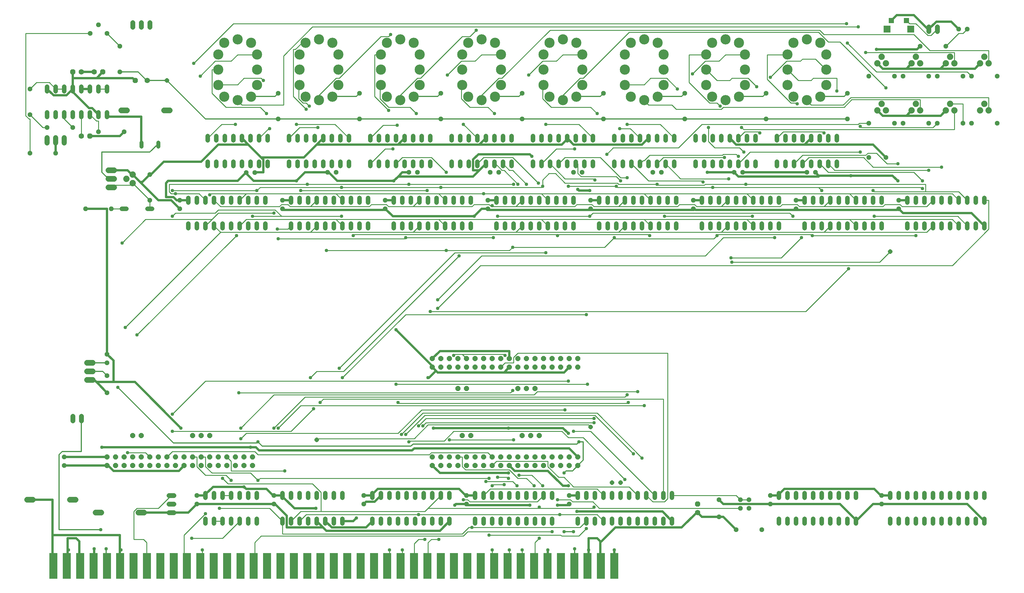
<source format=gtl>
G04 EAGLE Gerber RS-274X export*
G75*
%MOMM*%
%FSLAX34Y34*%
%LPD*%
%INTop Copper*%
%IPPOS*%
%AMOC8*
5,1,8,0,0,1.08239X$1,22.5*%
G01*
%ADD10R,2.362200X7.620000*%
%ADD11C,1.320800*%
%ADD12P,1.429621X8X292.500000*%
%ADD13P,1.429621X8X22.500000*%
%ADD14R,1.524000X1.524000*%
%ADD15R,2.095500X2.095500*%
%ADD16C,1.422400*%
%ADD17P,1.429621X8X202.500000*%
%ADD18P,1.649562X8X202.500000*%
%ADD19P,1.649562X8X22.500000*%
%ADD20P,1.429621X8X112.500000*%
%ADD21P,1.732040X8X112.500000*%
%ADD22C,1.600200*%
%ADD23C,3.009900*%
%ADD24P,1.732040X8X22.500000*%
%ADD25C,1.879600*%
%ADD26C,1.676400*%
%ADD27C,1.208000*%
%ADD28P,1.732040X8X202.500000*%
%ADD29C,1.524000*%
%ADD30P,1.415766X8X22.500000*%
%ADD31P,1.539592X8X22.500000*%
%ADD32C,0.254000*%
%ADD33C,1.016000*%
%ADD34C,0.711200*%
%ADD35C,0.304800*%
%ADD36C,0.355600*%


D10*
X941324Y-95250D03*
X901700Y-95250D03*
X980948Y-95250D03*
X1020572Y-95250D03*
X1060196Y-95250D03*
X1099820Y-95250D03*
X1139444Y-95250D03*
X1179068Y-95250D03*
X1218692Y-95250D03*
X1258316Y-95250D03*
X1297940Y-95250D03*
X1337564Y-95250D03*
X1377188Y-95250D03*
X1416812Y-95250D03*
X1456436Y-95250D03*
X1496060Y-95250D03*
X1535684Y-95250D03*
X1575308Y-95250D03*
X1614932Y-95250D03*
X1654556Y-95250D03*
X1694180Y-95250D03*
X1733804Y-95250D03*
X69596Y-95250D03*
X109220Y-95250D03*
X148844Y-95250D03*
X188468Y-95250D03*
X228092Y-95250D03*
X267716Y-95250D03*
X307340Y-95250D03*
X346964Y-95250D03*
X386588Y-95250D03*
X426212Y-95250D03*
X465836Y-95250D03*
X505460Y-95250D03*
X545084Y-95250D03*
X584708Y-95250D03*
X624332Y-95250D03*
X663956Y-95250D03*
X703580Y-95250D03*
X743204Y-95250D03*
X782828Y-95250D03*
X822452Y-95250D03*
X862076Y-95250D03*
D11*
X1016000Y31496D02*
X1016000Y44704D01*
X1041400Y44704D02*
X1041400Y31496D01*
X1168400Y31496D02*
X1168400Y44704D01*
X1193800Y44704D02*
X1193800Y31496D01*
X1066800Y31496D02*
X1066800Y44704D01*
X1092200Y44704D02*
X1092200Y31496D01*
X1143000Y31496D02*
X1143000Y44704D01*
X1117600Y44704D02*
X1117600Y31496D01*
X1219200Y31496D02*
X1219200Y44704D01*
X1244600Y44704D02*
X1244600Y31496D01*
X1244600Y107696D02*
X1244600Y120904D01*
X1219200Y120904D02*
X1219200Y107696D01*
X1193800Y107696D02*
X1193800Y120904D01*
X1168400Y120904D02*
X1168400Y107696D01*
X1143000Y107696D02*
X1143000Y120904D01*
X1117600Y120904D02*
X1117600Y107696D01*
X1092200Y107696D02*
X1092200Y120904D01*
X1066800Y120904D02*
X1066800Y107696D01*
X1041400Y107696D02*
X1041400Y120904D01*
X1016000Y120904D02*
X1016000Y107696D01*
X1320800Y44704D02*
X1320800Y31496D01*
X1346200Y31496D02*
X1346200Y44704D01*
X1473200Y44704D02*
X1473200Y31496D01*
X1498600Y31496D02*
X1498600Y44704D01*
X1371600Y44704D02*
X1371600Y31496D01*
X1397000Y31496D02*
X1397000Y44704D01*
X1447800Y44704D02*
X1447800Y31496D01*
X1422400Y31496D02*
X1422400Y44704D01*
X1524000Y44704D02*
X1524000Y31496D01*
X1549400Y31496D02*
X1549400Y44704D01*
X1549400Y107696D02*
X1549400Y120904D01*
X1524000Y120904D02*
X1524000Y107696D01*
X1498600Y107696D02*
X1498600Y120904D01*
X1473200Y120904D02*
X1473200Y107696D01*
X1447800Y107696D02*
X1447800Y120904D01*
X1422400Y120904D02*
X1422400Y107696D01*
X1397000Y107696D02*
X1397000Y120904D01*
X1371600Y120904D02*
X1371600Y107696D01*
X1346200Y107696D02*
X1346200Y120904D01*
X1320800Y120904D02*
X1320800Y107696D01*
X1625600Y44704D02*
X1625600Y31496D01*
X1651000Y31496D02*
X1651000Y44704D01*
X1676400Y44704D02*
X1676400Y31496D01*
X1701800Y31496D02*
X1701800Y44704D01*
X1727200Y44704D02*
X1727200Y31496D01*
X1752600Y31496D02*
X1752600Y44704D01*
X1778000Y44704D02*
X1778000Y31496D01*
X1803400Y31496D02*
X1803400Y44704D01*
X1828800Y44704D02*
X1828800Y31496D01*
X1854200Y31496D02*
X1854200Y44704D01*
X1879600Y44704D02*
X1879600Y31496D01*
X1905000Y31496D02*
X1905000Y44704D01*
X1905000Y107696D02*
X1905000Y120904D01*
X1879600Y120904D02*
X1879600Y107696D01*
X1854200Y107696D02*
X1854200Y120904D01*
X1828800Y120904D02*
X1828800Y107696D01*
X1803400Y107696D02*
X1803400Y120904D01*
X1778000Y120904D02*
X1778000Y107696D01*
X1752600Y107696D02*
X1752600Y120904D01*
X1727200Y120904D02*
X1727200Y107696D01*
X1701800Y107696D02*
X1701800Y120904D01*
X1676400Y120904D02*
X1676400Y107696D01*
X1651000Y107696D02*
X1651000Y120904D01*
X1625600Y120904D02*
X1625600Y107696D01*
X749300Y44704D02*
X749300Y31496D01*
X774700Y31496D02*
X774700Y44704D01*
X901700Y44704D02*
X901700Y31496D01*
X927100Y31496D02*
X927100Y44704D01*
X800100Y44704D02*
X800100Y31496D01*
X825500Y31496D02*
X825500Y44704D01*
X876300Y44704D02*
X876300Y31496D01*
X850900Y31496D02*
X850900Y44704D01*
X927100Y107696D02*
X927100Y120904D01*
X901700Y120904D02*
X901700Y107696D01*
X876300Y107696D02*
X876300Y120904D01*
X850900Y120904D02*
X850900Y107696D01*
X825500Y107696D02*
X825500Y120904D01*
X800100Y120904D02*
X800100Y107696D01*
X774700Y107696D02*
X774700Y120904D01*
X749300Y120904D02*
X749300Y107696D01*
D12*
X749300Y990600D03*
X749300Y965200D03*
X495300Y114300D03*
X495300Y88900D03*
D13*
X1612900Y1073150D03*
X1638300Y1073150D03*
D12*
X1663700Y990600D03*
X1663700Y965200D03*
D13*
X1847850Y1073150D03*
X1873250Y1073150D03*
D12*
X1968500Y990600D03*
X1968500Y965200D03*
X2273300Y990600D03*
X2273300Y965200D03*
X723900Y114300D03*
X723900Y88900D03*
D13*
X1365250Y1073150D03*
X1390650Y1073150D03*
X882650Y1073150D03*
X908050Y1073150D03*
D12*
X990600Y114300D03*
X990600Y88900D03*
D13*
X641350Y1072515D03*
X666750Y1072515D03*
X1123950Y1073150D03*
X1149350Y1073150D03*
D12*
X1295400Y114300D03*
X1295400Y88900D03*
D13*
X2089150Y1073150D03*
X2114550Y1073150D03*
D12*
X1600200Y114300D03*
X1600200Y88900D03*
D14*
X2600579Y1523746D03*
X2555621Y1523746D03*
D15*
X2613152Y1498854D03*
X2543048Y1498854D03*
D16*
X2692400Y1505712D02*
X2692400Y1491488D01*
X2667000Y1491488D02*
X2667000Y1505712D01*
D13*
X2641600Y1447800D03*
X2717800Y1447800D03*
D17*
X2781300Y1498600D03*
X2755900Y1498600D03*
D16*
X304800Y1504188D02*
X304800Y1518412D01*
X330200Y1518412D02*
X330200Y1504188D01*
X355600Y1504188D02*
X355600Y1518412D01*
D18*
X1625600Y228600D03*
X1600200Y228600D03*
X1574800Y228600D03*
X1549400Y228600D03*
X1524000Y228600D03*
X1498600Y228600D03*
X1625600Y203200D03*
X1600200Y203200D03*
X1574800Y203200D03*
X1549400Y203200D03*
X1524000Y203200D03*
X1498600Y203200D03*
X1473200Y228600D03*
X1473200Y203200D03*
X1447800Y228600D03*
X1422400Y228600D03*
X1397000Y228600D03*
X1371600Y228600D03*
X1346200Y228600D03*
X1320800Y228600D03*
X1447800Y203200D03*
X1422400Y203200D03*
X1397000Y203200D03*
X1371600Y203200D03*
X1346200Y203200D03*
X1320800Y203200D03*
X1295400Y228600D03*
X1295400Y203200D03*
X1270000Y228600D03*
X1244600Y228600D03*
X1219200Y228600D03*
X1193800Y228600D03*
X1270000Y203200D03*
X1244600Y203200D03*
X1219200Y203200D03*
X1193800Y203200D03*
X660400Y228600D03*
X635000Y228600D03*
X609600Y228600D03*
X584200Y228600D03*
X558800Y228600D03*
X533400Y228600D03*
X660400Y203200D03*
X635000Y203200D03*
X609600Y203200D03*
X584200Y203200D03*
X558800Y203200D03*
X533400Y203200D03*
X508000Y228600D03*
X508000Y203200D03*
X482600Y228600D03*
X457200Y228600D03*
X431800Y228600D03*
X406400Y228600D03*
X381000Y228600D03*
X355600Y228600D03*
X482600Y203200D03*
X457200Y203200D03*
X431800Y203200D03*
X406400Y203200D03*
X381000Y203200D03*
X355600Y203200D03*
X330200Y228600D03*
X330200Y203200D03*
X304800Y228600D03*
X279400Y228600D03*
X254000Y228600D03*
X228600Y228600D03*
X304800Y203200D03*
X279400Y203200D03*
X254000Y203200D03*
X228600Y203200D03*
D19*
X1485900Y292100D03*
X1511300Y292100D03*
X1282700Y292100D03*
X1308100Y292100D03*
X304800Y292100D03*
X330200Y292100D03*
X508000Y292100D03*
X533400Y292100D03*
D12*
X1054100Y990600D03*
X1054100Y965200D03*
X1358900Y990600D03*
X1358900Y965200D03*
D17*
X2330450Y1073150D03*
X2305050Y1073150D03*
D20*
X101600Y203200D03*
X101600Y228600D03*
D21*
X1981200Y88900D03*
D22*
X1981200Y63500D03*
D12*
X2578100Y990600D03*
X2578100Y965200D03*
D13*
X2489200Y1117600D03*
X2540000Y1117600D03*
D20*
X2044700Y50800D03*
X2044700Y101600D03*
D12*
X444500Y990600D03*
X444500Y965200D03*
D11*
X520700Y44704D02*
X520700Y31496D01*
X546100Y31496D02*
X546100Y44704D01*
X673100Y44704D02*
X673100Y31496D01*
X673100Y107696D02*
X673100Y120904D01*
X571500Y44704D02*
X571500Y31496D01*
X596900Y31496D02*
X596900Y44704D01*
X647700Y44704D02*
X647700Y31496D01*
X622300Y31496D02*
X622300Y44704D01*
X647700Y107696D02*
X647700Y120904D01*
X622300Y120904D02*
X622300Y107696D01*
X596900Y107696D02*
X596900Y120904D01*
X571500Y120904D02*
X571500Y107696D01*
X546100Y107696D02*
X546100Y120904D01*
X520700Y120904D02*
X520700Y107696D01*
D16*
X426212Y63500D02*
X411988Y63500D01*
X411988Y88900D02*
X426212Y88900D01*
X426212Y114300D02*
X411988Y114300D01*
D12*
X1219200Y1308100D03*
X1219200Y1231900D03*
D11*
X1009650Y1105154D02*
X1009650Y1091946D01*
X1035050Y1091946D02*
X1035050Y1105154D01*
X1162050Y1105154D02*
X1162050Y1091946D01*
X1187450Y1091946D02*
X1187450Y1105154D01*
X1060450Y1105154D02*
X1060450Y1091946D01*
X1085850Y1091946D02*
X1085850Y1105154D01*
X1136650Y1105154D02*
X1136650Y1091946D01*
X1111250Y1091946D02*
X1111250Y1105154D01*
X1187450Y1168146D02*
X1187450Y1181354D01*
X1162050Y1181354D02*
X1162050Y1168146D01*
X1136650Y1168146D02*
X1136650Y1181354D01*
X1111250Y1181354D02*
X1111250Y1168146D01*
X1085850Y1168146D02*
X1085850Y1181354D01*
X1060450Y1181354D02*
X1060450Y1168146D01*
X1035050Y1168146D02*
X1035050Y1181354D01*
X1009650Y1181354D02*
X1009650Y1168146D01*
D12*
X1460500Y1308100D03*
X1460500Y1231900D03*
X736600Y1308100D03*
X736600Y1231900D03*
X977900Y1308100D03*
X977900Y1231900D03*
D11*
X1250950Y1105154D02*
X1250950Y1091946D01*
X1276350Y1091946D02*
X1276350Y1105154D01*
X1403350Y1105154D02*
X1403350Y1091946D01*
X1428750Y1091946D02*
X1428750Y1105154D01*
X1301750Y1105154D02*
X1301750Y1091946D01*
X1327150Y1091946D02*
X1327150Y1105154D01*
X1377950Y1105154D02*
X1377950Y1091946D01*
X1352550Y1091946D02*
X1352550Y1105154D01*
X1428750Y1168146D02*
X1428750Y1181354D01*
X1403350Y1181354D02*
X1403350Y1168146D01*
X1377950Y1168146D02*
X1377950Y1181354D01*
X1352550Y1181354D02*
X1352550Y1168146D01*
X1327150Y1168146D02*
X1327150Y1181354D01*
X1301750Y1181354D02*
X1301750Y1168146D01*
X1276350Y1168146D02*
X1276350Y1181354D01*
X1250950Y1181354D02*
X1250950Y1168146D01*
X527050Y1105154D02*
X527050Y1091946D01*
X552450Y1091946D02*
X552450Y1105154D01*
X679450Y1105154D02*
X679450Y1091946D01*
X704850Y1091946D02*
X704850Y1105154D01*
X577850Y1105154D02*
X577850Y1091946D01*
X603250Y1091946D02*
X603250Y1105154D01*
X654050Y1105154D02*
X654050Y1091946D01*
X628650Y1091946D02*
X628650Y1105154D01*
X704850Y1168146D02*
X704850Y1181354D01*
X679450Y1181354D02*
X679450Y1168146D01*
X654050Y1168146D02*
X654050Y1181354D01*
X628650Y1181354D02*
X628650Y1168146D01*
X603250Y1168146D02*
X603250Y1181354D01*
X577850Y1181354D02*
X577850Y1168146D01*
X552450Y1168146D02*
X552450Y1181354D01*
X527050Y1181354D02*
X527050Y1168146D01*
X768350Y1105154D02*
X768350Y1091946D01*
X793750Y1091946D02*
X793750Y1105154D01*
X920750Y1105154D02*
X920750Y1091946D01*
X946150Y1091946D02*
X946150Y1105154D01*
X819150Y1105154D02*
X819150Y1091946D01*
X844550Y1091946D02*
X844550Y1105154D01*
X895350Y1105154D02*
X895350Y1091946D01*
X869950Y1091946D02*
X869950Y1105154D01*
X946150Y1168146D02*
X946150Y1181354D01*
X920750Y1181354D02*
X920750Y1168146D01*
X895350Y1168146D02*
X895350Y1181354D01*
X869950Y1181354D02*
X869950Y1168146D01*
X844550Y1168146D02*
X844550Y1181354D01*
X819150Y1181354D02*
X819150Y1168146D01*
X793750Y1168146D02*
X793750Y1181354D01*
X768350Y1181354D02*
X768350Y1168146D01*
D23*
X1098550Y1467950D03*
X1156050Y1377950D03*
X1156050Y1422950D03*
X1098550Y1287950D03*
X1156050Y1332950D03*
X1138550Y1297950D03*
X1138550Y1457950D03*
X1058550Y1457950D03*
X1041050Y1422950D03*
X1041050Y1377950D03*
X1041050Y1332950D03*
X1058550Y1297950D03*
X1339850Y1467950D03*
X1397350Y1377950D03*
X1397350Y1422950D03*
X1339850Y1287950D03*
X1397350Y1332950D03*
X1379850Y1297950D03*
X1379850Y1457950D03*
X1299850Y1457950D03*
X1282350Y1422950D03*
X1282350Y1377950D03*
X1282350Y1332950D03*
X1299850Y1297950D03*
X615950Y1467950D03*
X673450Y1377950D03*
X673450Y1422950D03*
X615950Y1287950D03*
X673450Y1332950D03*
X655950Y1297950D03*
X655950Y1457950D03*
X575950Y1457950D03*
X558450Y1422950D03*
X558450Y1377950D03*
X558450Y1332950D03*
X575950Y1297950D03*
X857250Y1467950D03*
X914750Y1377950D03*
X914750Y1422950D03*
X857250Y1287950D03*
X914750Y1332950D03*
X897250Y1297950D03*
X897250Y1457950D03*
X817250Y1457950D03*
X799750Y1422950D03*
X799750Y1377950D03*
X799750Y1332950D03*
X817250Y1297950D03*
D12*
X2184400Y1308100D03*
X2184400Y1231900D03*
D11*
X1974850Y1105154D02*
X1974850Y1091946D01*
X2000250Y1091946D02*
X2000250Y1105154D01*
X2127250Y1105154D02*
X2127250Y1091946D01*
X2152650Y1091946D02*
X2152650Y1105154D01*
X2025650Y1105154D02*
X2025650Y1091946D01*
X2051050Y1091946D02*
X2051050Y1105154D01*
X2101850Y1105154D02*
X2101850Y1091946D01*
X2076450Y1091946D02*
X2076450Y1105154D01*
X2152650Y1168146D02*
X2152650Y1181354D01*
X2127250Y1181354D02*
X2127250Y1168146D01*
X2101850Y1168146D02*
X2101850Y1181354D01*
X2076450Y1181354D02*
X2076450Y1168146D01*
X2051050Y1168146D02*
X2051050Y1181354D01*
X2025650Y1181354D02*
X2025650Y1168146D01*
X2000250Y1168146D02*
X2000250Y1181354D01*
X1974850Y1181354D02*
X1974850Y1168146D01*
D12*
X2425700Y1308100D03*
X2425700Y1231900D03*
X1701800Y1308100D03*
X1701800Y1231900D03*
X1943100Y1308100D03*
X1943100Y1231900D03*
D11*
X2216150Y1105154D02*
X2216150Y1091946D01*
X2241550Y1091946D02*
X2241550Y1105154D01*
X2368550Y1105154D02*
X2368550Y1091946D01*
X2393950Y1091946D02*
X2393950Y1105154D01*
X2266950Y1105154D02*
X2266950Y1091946D01*
X2292350Y1091946D02*
X2292350Y1105154D01*
X2343150Y1105154D02*
X2343150Y1091946D01*
X2317750Y1091946D02*
X2317750Y1105154D01*
X2393950Y1168146D02*
X2393950Y1181354D01*
X2368550Y1181354D02*
X2368550Y1168146D01*
X2343150Y1168146D02*
X2343150Y1181354D01*
X2317750Y1181354D02*
X2317750Y1168146D01*
X2292350Y1168146D02*
X2292350Y1181354D01*
X2266950Y1181354D02*
X2266950Y1168146D01*
X2241550Y1168146D02*
X2241550Y1181354D01*
X2216150Y1181354D02*
X2216150Y1168146D01*
X1492250Y1105154D02*
X1492250Y1091946D01*
X1517650Y1091946D02*
X1517650Y1105154D01*
X1644650Y1105154D02*
X1644650Y1091946D01*
X1670050Y1091946D02*
X1670050Y1105154D01*
X1543050Y1105154D02*
X1543050Y1091946D01*
X1568450Y1091946D02*
X1568450Y1105154D01*
X1619250Y1105154D02*
X1619250Y1091946D01*
X1593850Y1091946D02*
X1593850Y1105154D01*
X1670050Y1168146D02*
X1670050Y1181354D01*
X1644650Y1181354D02*
X1644650Y1168146D01*
X1619250Y1168146D02*
X1619250Y1181354D01*
X1593850Y1181354D02*
X1593850Y1168146D01*
X1568450Y1168146D02*
X1568450Y1181354D01*
X1543050Y1181354D02*
X1543050Y1168146D01*
X1517650Y1168146D02*
X1517650Y1181354D01*
X1492250Y1181354D02*
X1492250Y1168146D01*
X1733550Y1105154D02*
X1733550Y1091946D01*
X1758950Y1091946D02*
X1758950Y1105154D01*
X1885950Y1105154D02*
X1885950Y1091946D01*
X1911350Y1091946D02*
X1911350Y1105154D01*
X1784350Y1105154D02*
X1784350Y1091946D01*
X1809750Y1091946D02*
X1809750Y1105154D01*
X1860550Y1105154D02*
X1860550Y1091946D01*
X1835150Y1091946D02*
X1835150Y1105154D01*
X1911350Y1168146D02*
X1911350Y1181354D01*
X1885950Y1181354D02*
X1885950Y1168146D01*
X1860550Y1168146D02*
X1860550Y1181354D01*
X1835150Y1181354D02*
X1835150Y1168146D01*
X1809750Y1168146D02*
X1809750Y1181354D01*
X1784350Y1181354D02*
X1784350Y1168146D01*
X1758950Y1168146D02*
X1758950Y1181354D01*
X1733550Y1181354D02*
X1733550Y1168146D01*
D23*
X2063750Y1467950D03*
X2121250Y1377950D03*
X2121250Y1422950D03*
X2063750Y1287950D03*
X2121250Y1332950D03*
X2103750Y1297950D03*
X2103750Y1457950D03*
X2023750Y1457950D03*
X2006250Y1422950D03*
X2006250Y1377950D03*
X2006250Y1332950D03*
X2023750Y1297950D03*
X2305050Y1467950D03*
X2362550Y1377950D03*
X2362550Y1422950D03*
X2305050Y1287950D03*
X2362550Y1332950D03*
X2345050Y1297950D03*
X2345050Y1457950D03*
X2265050Y1457950D03*
X2247550Y1422950D03*
X2247550Y1377950D03*
X2247550Y1332950D03*
X2265050Y1297950D03*
X1581150Y1467950D03*
X1638650Y1377950D03*
X1638650Y1422950D03*
X1581150Y1287950D03*
X1638650Y1332950D03*
X1621150Y1297950D03*
X1621150Y1457950D03*
X1541150Y1457950D03*
X1523650Y1422950D03*
X1523650Y1377950D03*
X1523650Y1332950D03*
X1541150Y1297950D03*
X1822450Y1467950D03*
X1879950Y1377950D03*
X1879950Y1422950D03*
X1822450Y1287950D03*
X1879950Y1332950D03*
X1862450Y1297950D03*
X1862450Y1457950D03*
X1782450Y1457950D03*
X1764950Y1422950D03*
X1764950Y1377950D03*
X1764950Y1332950D03*
X1782450Y1297950D03*
D11*
X50800Y1251204D02*
X50800Y1237996D01*
X76200Y1237996D02*
X76200Y1251204D01*
X203200Y1251204D02*
X203200Y1237996D01*
X228600Y1237996D02*
X228600Y1251204D01*
X101600Y1251204D02*
X101600Y1237996D01*
X127000Y1237996D02*
X127000Y1251204D01*
X177800Y1251204D02*
X177800Y1237996D01*
X152400Y1237996D02*
X152400Y1251204D01*
X228600Y1314196D02*
X228600Y1327404D01*
X203200Y1327404D02*
X203200Y1314196D01*
X177800Y1314196D02*
X177800Y1327404D01*
X152400Y1327404D02*
X152400Y1314196D01*
X127000Y1314196D02*
X127000Y1327404D01*
X101600Y1327404D02*
X101600Y1314196D01*
X76200Y1314196D02*
X76200Y1327404D01*
X50800Y1327404D02*
X50800Y1314196D01*
D17*
X76200Y1130300D03*
X0Y1130300D03*
X178054Y1485900D03*
X228346Y1485900D03*
X203200Y1511300D03*
D24*
X177800Y1181100D03*
D22*
X152400Y1181100D03*
D12*
X0Y1320800D03*
X0Y1244600D03*
D13*
X50800Y1206500D03*
X127000Y1206500D03*
D17*
X279400Y1193800D03*
X203200Y1193800D03*
D13*
X165100Y965200D03*
X241300Y965200D03*
D11*
X348996Y965200D02*
X362204Y965200D01*
X286004Y965200D02*
X272796Y965200D01*
D25*
X304800Y1066800D03*
X285750Y1054100D03*
X304800Y1041400D03*
D12*
X355600Y1066800D03*
X355600Y990600D03*
D26*
X249682Y1028700D02*
X232918Y1028700D01*
X232918Y1054100D02*
X249682Y1054100D01*
X249682Y1079500D02*
X232918Y1079500D01*
D27*
X330600Y1149660D02*
X330600Y1161740D01*
X380600Y1161740D02*
X380600Y1149660D01*
D26*
X287782Y1257300D02*
X271018Y1257300D01*
X398018Y1257300D02*
X414782Y1257300D01*
D28*
X312420Y1346200D03*
D22*
X347980Y1346200D03*
D20*
X266700Y1371600D03*
X266700Y1447800D03*
D24*
X215900Y1371600D03*
D22*
X190500Y1371600D03*
D28*
X127000Y1371600D03*
D22*
X152400Y1371600D03*
D29*
X50800Y1176020D02*
X50800Y1160780D01*
X76200Y1160780D02*
X76200Y1176020D01*
X101600Y1176020D02*
X101600Y1160780D01*
D11*
X469900Y921004D02*
X469900Y907796D01*
X495300Y907796D02*
X495300Y921004D01*
X622300Y921004D02*
X622300Y907796D01*
X647700Y907796D02*
X647700Y921004D01*
X520700Y921004D02*
X520700Y907796D01*
X546100Y907796D02*
X546100Y921004D01*
X596900Y921004D02*
X596900Y907796D01*
X571500Y907796D02*
X571500Y921004D01*
X673100Y921004D02*
X673100Y907796D01*
X698500Y907796D02*
X698500Y921004D01*
X698500Y983996D02*
X698500Y997204D01*
X673100Y997204D02*
X673100Y983996D01*
X647700Y983996D02*
X647700Y997204D01*
X622300Y997204D02*
X622300Y983996D01*
X596900Y983996D02*
X596900Y997204D01*
X571500Y997204D02*
X571500Y983996D01*
X546100Y983996D02*
X546100Y997204D01*
X520700Y997204D02*
X520700Y983996D01*
X495300Y983996D02*
X495300Y997204D01*
X469900Y997204D02*
X469900Y983996D01*
X774700Y921004D02*
X774700Y907796D01*
X800100Y907796D02*
X800100Y921004D01*
X927100Y921004D02*
X927100Y907796D01*
X952500Y907796D02*
X952500Y921004D01*
X825500Y921004D02*
X825500Y907796D01*
X850900Y907796D02*
X850900Y921004D01*
X901700Y921004D02*
X901700Y907796D01*
X876300Y907796D02*
X876300Y921004D01*
X977900Y921004D02*
X977900Y907796D01*
X1003300Y907796D02*
X1003300Y921004D01*
X1003300Y983996D02*
X1003300Y997204D01*
X977900Y997204D02*
X977900Y983996D01*
X952500Y983996D02*
X952500Y997204D01*
X927100Y997204D02*
X927100Y983996D01*
X901700Y983996D02*
X901700Y997204D01*
X876300Y997204D02*
X876300Y983996D01*
X850900Y983996D02*
X850900Y997204D01*
X825500Y997204D02*
X825500Y983996D01*
X800100Y983996D02*
X800100Y997204D01*
X774700Y997204D02*
X774700Y983996D01*
X1079500Y921004D02*
X1079500Y907796D01*
X1104900Y907796D02*
X1104900Y921004D01*
X1231900Y921004D02*
X1231900Y907796D01*
X1257300Y907796D02*
X1257300Y921004D01*
X1130300Y921004D02*
X1130300Y907796D01*
X1155700Y907796D02*
X1155700Y921004D01*
X1206500Y921004D02*
X1206500Y907796D01*
X1181100Y907796D02*
X1181100Y921004D01*
X1282700Y921004D02*
X1282700Y907796D01*
X1308100Y907796D02*
X1308100Y921004D01*
X1308100Y983996D02*
X1308100Y997204D01*
X1282700Y997204D02*
X1282700Y983996D01*
X1257300Y983996D02*
X1257300Y997204D01*
X1231900Y997204D02*
X1231900Y983996D01*
X1206500Y983996D02*
X1206500Y997204D01*
X1181100Y997204D02*
X1181100Y983996D01*
X1155700Y983996D02*
X1155700Y997204D01*
X1130300Y997204D02*
X1130300Y983996D01*
X1104900Y983996D02*
X1104900Y997204D01*
X1079500Y997204D02*
X1079500Y983996D01*
X1384300Y921004D02*
X1384300Y907796D01*
X1409700Y907796D02*
X1409700Y921004D01*
X1536700Y921004D02*
X1536700Y907796D01*
X1562100Y907796D02*
X1562100Y921004D01*
X1435100Y921004D02*
X1435100Y907796D01*
X1460500Y907796D02*
X1460500Y921004D01*
X1511300Y921004D02*
X1511300Y907796D01*
X1485900Y907796D02*
X1485900Y921004D01*
X1587500Y921004D02*
X1587500Y907796D01*
X1612900Y907796D02*
X1612900Y921004D01*
X1612900Y983996D02*
X1612900Y997204D01*
X1587500Y997204D02*
X1587500Y983996D01*
X1562100Y983996D02*
X1562100Y997204D01*
X1536700Y997204D02*
X1536700Y983996D01*
X1511300Y983996D02*
X1511300Y997204D01*
X1485900Y997204D02*
X1485900Y983996D01*
X1460500Y983996D02*
X1460500Y997204D01*
X1435100Y997204D02*
X1435100Y983996D01*
X1409700Y983996D02*
X1409700Y997204D01*
X1384300Y997204D02*
X1384300Y983996D01*
X1689100Y921004D02*
X1689100Y907796D01*
X1714500Y907796D02*
X1714500Y921004D01*
X1841500Y921004D02*
X1841500Y907796D01*
X1866900Y907796D02*
X1866900Y921004D01*
X1739900Y921004D02*
X1739900Y907796D01*
X1765300Y907796D02*
X1765300Y921004D01*
X1816100Y921004D02*
X1816100Y907796D01*
X1790700Y907796D02*
X1790700Y921004D01*
X1892300Y921004D02*
X1892300Y907796D01*
X1917700Y907796D02*
X1917700Y921004D01*
X1917700Y983996D02*
X1917700Y997204D01*
X1892300Y997204D02*
X1892300Y983996D01*
X1866900Y983996D02*
X1866900Y997204D01*
X1841500Y997204D02*
X1841500Y983996D01*
X1816100Y983996D02*
X1816100Y997204D01*
X1790700Y997204D02*
X1790700Y983996D01*
X1765300Y983996D02*
X1765300Y997204D01*
X1739900Y997204D02*
X1739900Y983996D01*
X1714500Y983996D02*
X1714500Y997204D01*
X1689100Y997204D02*
X1689100Y983996D01*
X1993900Y921004D02*
X1993900Y907796D01*
X2019300Y907796D02*
X2019300Y921004D01*
X2146300Y921004D02*
X2146300Y907796D01*
X2171700Y907796D02*
X2171700Y921004D01*
X2044700Y921004D02*
X2044700Y907796D01*
X2070100Y907796D02*
X2070100Y921004D01*
X2120900Y921004D02*
X2120900Y907796D01*
X2095500Y907796D02*
X2095500Y921004D01*
X2197100Y921004D02*
X2197100Y907796D01*
X2222500Y907796D02*
X2222500Y921004D01*
X2222500Y983996D02*
X2222500Y997204D01*
X2197100Y997204D02*
X2197100Y983996D01*
X2171700Y983996D02*
X2171700Y997204D01*
X2146300Y997204D02*
X2146300Y983996D01*
X2120900Y983996D02*
X2120900Y997204D01*
X2095500Y997204D02*
X2095500Y983996D01*
X2070100Y983996D02*
X2070100Y997204D01*
X2044700Y997204D02*
X2044700Y983996D01*
X2019300Y983996D02*
X2019300Y997204D01*
X1993900Y997204D02*
X1993900Y983996D01*
X2298700Y921004D02*
X2298700Y907796D01*
X2324100Y907796D02*
X2324100Y921004D01*
X2451100Y921004D02*
X2451100Y907796D01*
X2476500Y907796D02*
X2476500Y921004D01*
X2349500Y921004D02*
X2349500Y907796D01*
X2374900Y907796D02*
X2374900Y921004D01*
X2425700Y921004D02*
X2425700Y907796D01*
X2400300Y907796D02*
X2400300Y921004D01*
X2501900Y921004D02*
X2501900Y907796D01*
X2527300Y907796D02*
X2527300Y921004D01*
X2527300Y983996D02*
X2527300Y997204D01*
X2501900Y997204D02*
X2501900Y983996D01*
X2476500Y983996D02*
X2476500Y997204D01*
X2451100Y997204D02*
X2451100Y983996D01*
X2425700Y983996D02*
X2425700Y997204D01*
X2400300Y997204D02*
X2400300Y983996D01*
X2374900Y983996D02*
X2374900Y997204D01*
X2349500Y997204D02*
X2349500Y983996D01*
X2324100Y983996D02*
X2324100Y997204D01*
X2298700Y997204D02*
X2298700Y983996D01*
X2603500Y921004D02*
X2603500Y907796D01*
X2628900Y907796D02*
X2628900Y921004D01*
X2755900Y921004D02*
X2755900Y907796D01*
X2781300Y907796D02*
X2781300Y921004D01*
X2654300Y921004D02*
X2654300Y907796D01*
X2679700Y907796D02*
X2679700Y921004D01*
X2730500Y921004D02*
X2730500Y907796D01*
X2705100Y907796D02*
X2705100Y921004D01*
X2806700Y921004D02*
X2806700Y907796D01*
X2832100Y907796D02*
X2832100Y921004D01*
X2832100Y983996D02*
X2832100Y997204D01*
X2806700Y997204D02*
X2806700Y983996D01*
X2781300Y983996D02*
X2781300Y997204D01*
X2755900Y997204D02*
X2755900Y983996D01*
X2730500Y983996D02*
X2730500Y997204D01*
X2705100Y997204D02*
X2705100Y983996D01*
X2679700Y983996D02*
X2679700Y997204D01*
X2654300Y997204D02*
X2654300Y983996D01*
X2628900Y983996D02*
X2628900Y997204D01*
X2603500Y997204D02*
X2603500Y983996D01*
D25*
X2514600Y1397000D03*
X2527300Y1416050D03*
X2540000Y1397000D03*
D13*
X2489200Y1358900D03*
X2565400Y1358900D03*
D25*
X2616200Y1397000D03*
X2628900Y1416050D03*
X2641600Y1397000D03*
D13*
X2590800Y1358900D03*
X2667000Y1358900D03*
D25*
X2717800Y1397000D03*
X2730500Y1416050D03*
X2743200Y1397000D03*
D13*
X2692400Y1358900D03*
X2768600Y1358900D03*
D25*
X2819400Y1397000D03*
X2832100Y1416050D03*
X2844800Y1397000D03*
D13*
X2794000Y1358900D03*
X2870200Y1358900D03*
D25*
X2514600Y1257300D03*
X2527300Y1276350D03*
X2540000Y1257300D03*
D13*
X2489200Y1219200D03*
X2565400Y1219200D03*
D25*
X2616200Y1257300D03*
X2628900Y1276350D03*
X2641600Y1257300D03*
D13*
X2590800Y1219200D03*
X2667000Y1219200D03*
D25*
X2717800Y1257300D03*
X2730500Y1276350D03*
X2743200Y1257300D03*
D13*
X2692400Y1219200D03*
X2768600Y1219200D03*
D25*
X2819400Y1257300D03*
X2832100Y1276350D03*
X2844800Y1257300D03*
D13*
X2794000Y1219200D03*
X2870200Y1219200D03*
D26*
X135382Y101600D02*
X118618Y101600D01*
X8382Y101600D02*
X-8382Y101600D01*
X194818Y63500D02*
X211582Y63500D01*
X321818Y63500D02*
X338582Y63500D01*
D30*
X2552700Y838200D03*
X1663700Y317500D03*
X850900Y279400D03*
D11*
X2222500Y44704D02*
X2222500Y31496D01*
X2247900Y31496D02*
X2247900Y44704D01*
X2374900Y44704D02*
X2374900Y31496D01*
X2400300Y31496D02*
X2400300Y44704D01*
X2273300Y44704D02*
X2273300Y31496D01*
X2298700Y31496D02*
X2298700Y44704D01*
X2349500Y44704D02*
X2349500Y31496D01*
X2324100Y31496D02*
X2324100Y44704D01*
X2425700Y44704D02*
X2425700Y31496D01*
X2451100Y31496D02*
X2451100Y44704D01*
X2451100Y107696D02*
X2451100Y120904D01*
X2425700Y120904D02*
X2425700Y107696D01*
X2400300Y107696D02*
X2400300Y120904D01*
X2374900Y120904D02*
X2374900Y107696D01*
X2349500Y107696D02*
X2349500Y120904D01*
X2324100Y120904D02*
X2324100Y107696D01*
X2298700Y107696D02*
X2298700Y120904D01*
X2273300Y120904D02*
X2273300Y107696D01*
X2247900Y107696D02*
X2247900Y120904D01*
X2222500Y120904D02*
X2222500Y107696D01*
X2552700Y44704D02*
X2552700Y31496D01*
X2578100Y31496D02*
X2578100Y44704D01*
X2603500Y44704D02*
X2603500Y31496D01*
X2628900Y31496D02*
X2628900Y44704D01*
X2654300Y44704D02*
X2654300Y31496D01*
X2679700Y31496D02*
X2679700Y44704D01*
X2705100Y44704D02*
X2705100Y31496D01*
X2730500Y31496D02*
X2730500Y44704D01*
X2755900Y44704D02*
X2755900Y31496D01*
X2781300Y31496D02*
X2781300Y44704D01*
X2806700Y44704D02*
X2806700Y31496D01*
X2832100Y31496D02*
X2832100Y44704D01*
X2832100Y107696D02*
X2832100Y120904D01*
X2806700Y120904D02*
X2806700Y107696D01*
X2781300Y107696D02*
X2781300Y120904D01*
X2755900Y120904D02*
X2755900Y107696D01*
X2730500Y107696D02*
X2730500Y120904D01*
X2705100Y120904D02*
X2705100Y107696D01*
X2679700Y107696D02*
X2679700Y120904D01*
X2654300Y120904D02*
X2654300Y107696D01*
X2628900Y107696D02*
X2628900Y120904D01*
X2603500Y120904D02*
X2603500Y107696D01*
X2578100Y107696D02*
X2578100Y120904D01*
X2552700Y120904D02*
X2552700Y107696D01*
D12*
X2197100Y114300D03*
X2197100Y88900D03*
X2527300Y114300D03*
X2527300Y88900D03*
D31*
X2108200Y76200D03*
X2108200Y101600D03*
X2133600Y76200D03*
X2133600Y101600D03*
D17*
X2171700Y12700D03*
X2095500Y12700D03*
D19*
X482600Y292100D03*
X1460500Y292100D03*
D26*
X186182Y457200D02*
X169418Y457200D01*
X169418Y482600D02*
X186182Y482600D01*
X186182Y508000D02*
X169418Y508000D01*
D20*
X228600Y419100D03*
X228600Y469900D03*
D16*
X127000Y350012D02*
X127000Y335788D01*
X152400Y335788D02*
X152400Y350012D01*
D12*
X228600Y533400D03*
X228600Y508000D03*
D30*
X1752600Y152400D03*
X1727200Y152400D03*
D18*
X1625600Y520700D03*
X1600200Y520700D03*
X1574800Y520700D03*
X1549400Y520700D03*
X1524000Y520700D03*
X1498600Y520700D03*
X1625600Y495300D03*
X1600200Y495300D03*
X1574800Y495300D03*
X1549400Y495300D03*
X1524000Y495300D03*
X1498600Y495300D03*
X1473200Y520700D03*
X1473200Y495300D03*
X1447800Y520700D03*
X1422400Y520700D03*
X1397000Y520700D03*
X1371600Y520700D03*
X1346200Y520700D03*
X1320800Y520700D03*
X1447800Y495300D03*
X1422400Y495300D03*
X1397000Y495300D03*
X1371600Y495300D03*
X1346200Y495300D03*
X1320800Y495300D03*
X1295400Y520700D03*
X1295400Y495300D03*
X1270000Y520700D03*
X1244600Y520700D03*
X1219200Y520700D03*
X1193800Y520700D03*
X1270000Y495300D03*
X1244600Y495300D03*
X1219200Y495300D03*
X1193800Y495300D03*
D19*
X1473200Y431800D03*
X1498600Y431800D03*
X1270000Y431800D03*
X1295400Y431800D03*
X1447800Y431800D03*
D30*
X406400Y1346200D03*
D32*
X1190625Y-15875D02*
X1212850Y-15875D01*
X1190625Y-15875D02*
X1181100Y-25400D01*
X1181100Y-95250D01*
X1179068Y-95250D01*
D33*
X1212850Y-15875D03*
D32*
X1171575Y-15875D02*
X1152525Y-15875D01*
X1139825Y-28575D01*
X1139825Y-95250D01*
X1139444Y-95250D01*
D33*
X1171575Y-15875D03*
D32*
X1104900Y-47625D02*
X1104900Y-95250D01*
X1099820Y-95250D01*
D33*
X1104900Y-47625D03*
D32*
X1066800Y-47625D02*
X1066800Y-95250D01*
X1060196Y-95250D01*
D33*
X1066800Y-47625D03*
D32*
X1498600Y-25400D02*
X1511300Y-12700D01*
X1498600Y-25400D02*
X1498600Y-95250D01*
X1496060Y-95250D01*
D33*
X1511300Y-12700D03*
D32*
X1422400Y-47625D02*
X1422400Y-95250D01*
X1416812Y-95250D01*
D33*
X1422400Y-47625D03*
D32*
X1371600Y-47625D02*
X1371600Y-95250D01*
X1377188Y-95250D01*
D33*
X1371600Y-47625D03*
D34*
X2451100Y38100D02*
X2501900Y88900D01*
X2527300Y88900D01*
X2781300Y88900D02*
X2832100Y38100D01*
X2781300Y88900D02*
X2527300Y88900D01*
X1733550Y-47625D02*
X1733550Y-95250D01*
X1733804Y-95250D01*
X2057400Y88900D02*
X2197100Y88900D01*
X2057400Y88900D02*
X2044700Y101600D01*
X2403475Y88900D02*
X2451100Y41275D01*
X2403475Y88900D02*
X2197100Y88900D01*
X2451100Y41275D02*
X2451100Y38100D01*
X198438Y449263D02*
X190500Y457200D01*
X198438Y449263D02*
X228600Y419100D01*
X190500Y457200D02*
X177800Y457200D01*
X247650Y514350D02*
X228600Y533400D01*
X247650Y514350D02*
X247650Y450850D01*
X200025Y450850D01*
X198438Y449263D01*
X228600Y228600D02*
X101600Y228600D01*
X66675Y101600D02*
X66675Y-3175D01*
X66675Y-95250D01*
X66675Y101600D02*
X0Y101600D01*
X66675Y-95250D02*
X69596Y-95250D01*
X266700Y-47625D02*
X266700Y-3175D01*
X266700Y-47625D02*
X266700Y-95250D01*
X266700Y-3175D02*
X66675Y-3175D01*
X266700Y-95250D02*
X267716Y-95250D01*
X447675Y314325D02*
X311150Y450850D01*
X247650Y450850D01*
X495300Y88900D02*
X469900Y63500D01*
X419100Y63500D01*
X330200Y63500D01*
X495300Y88900D02*
X723900Y88900D01*
X1597025Y85725D02*
X1600200Y88900D01*
X1597025Y85725D02*
X1565275Y85725D01*
X1536700Y-47625D02*
X1536700Y-95250D01*
X1535684Y-95250D01*
X1263650Y88900D02*
X1260475Y85725D01*
X1263650Y88900D02*
X1295400Y88900D01*
X996950Y95250D02*
X990600Y88900D01*
X996950Y95250D02*
X1022350Y95250D01*
X1041400Y114300D01*
X968375Y47625D02*
X958850Y38100D01*
X927100Y38100D01*
X1216025Y9525D02*
X1244600Y38100D01*
X1216025Y9525D02*
X879475Y9525D01*
X868363Y20638D02*
X850900Y38100D01*
X868363Y20638D02*
X879475Y9525D01*
X1295400Y85725D02*
X1482725Y85725D01*
X1295400Y85725D02*
X1295400Y88900D01*
X762000Y53975D02*
X727075Y88900D01*
X762000Y53975D02*
X762000Y19050D01*
X866775Y19050D01*
X727075Y88900D02*
X723900Y88900D01*
X866775Y19050D02*
X868363Y20638D01*
X269875Y-47625D02*
X266700Y-47625D01*
X1876425Y66675D02*
X1905000Y38100D01*
X1876425Y66675D02*
X1622425Y66675D01*
X1317625Y942975D02*
X1339850Y965200D01*
X1358900Y965200D01*
X1660525Y962025D02*
X1663700Y965200D01*
X1660525Y962025D02*
X1358900Y962025D01*
X1358900Y965200D01*
X1076325Y942975D02*
X1054100Y965200D01*
X1076325Y942975D02*
X1317625Y942975D01*
X1965325Y962025D02*
X1968500Y965200D01*
X1965325Y962025D02*
X1663700Y962025D01*
X1663700Y965200D01*
X2514600Y1257300D02*
X2530475Y1241425D01*
X2600325Y1241425D01*
X2616200Y1257300D01*
X2701925Y1241425D02*
X2717800Y1257300D01*
X2701925Y1241425D02*
X2600325Y1241425D01*
X2755900Y1498600D02*
X2733675Y1520825D01*
X2689225Y1520825D01*
X2667000Y1498600D01*
X2571750Y1539875D02*
X2555621Y1523746D01*
X2571750Y1539875D02*
X2622550Y1539875D01*
X2663825Y1498600D01*
X2667000Y1498600D01*
X2530475Y1381125D02*
X2514600Y1397000D01*
X2530475Y1381125D02*
X2600325Y1381125D01*
X2616200Y1397000D01*
X2701925Y1381125D02*
X2703513Y1382713D01*
X2717800Y1397000D01*
X2701925Y1381125D02*
X2600325Y1381125D01*
X2803525Y1381125D02*
X2819400Y1397000D01*
X2803525Y1381125D02*
X2705100Y1381125D01*
X2703513Y1382713D01*
X2578100Y965200D02*
X2590800Y952500D01*
X2794000Y952500D01*
X2832100Y914400D01*
X2095500Y1155700D02*
X2076450Y1174750D01*
X2095500Y1155700D02*
X2298700Y1155700D01*
X2317750Y1174750D01*
X2305050Y1073150D02*
X2114550Y1073150D01*
X2571750Y962025D02*
X2574925Y965200D01*
X2571750Y962025D02*
X2276475Y962025D01*
X2273300Y965200D01*
X2574925Y965200D02*
X2578100Y965200D01*
X2540000Y1117600D02*
X2501900Y1155700D01*
X2298700Y1155700D01*
X1974850Y962025D02*
X1971675Y965200D01*
X1974850Y962025D02*
X2273300Y962025D01*
X1971675Y965200D02*
X1968500Y965200D01*
X2273300Y965200D02*
X2273300Y962025D01*
X69850Y1301750D02*
X50800Y1320800D01*
X69850Y1301750D02*
X107950Y1301750D01*
X127000Y1320800D01*
X127000Y1352550D01*
X127000Y1371600D01*
X196850Y1352550D02*
X198438Y1354138D01*
X215900Y1371600D01*
X196850Y1352550D02*
X127000Y1352550D01*
X304800Y1352550D02*
X311150Y1346200D01*
X304800Y1352550D02*
X200025Y1352550D01*
X311150Y1346200D02*
X312420Y1346200D01*
X200025Y1352550D02*
X198438Y1354138D01*
X419100Y990600D02*
X444500Y965200D01*
X419100Y990600D02*
X381000Y990600D01*
X328613Y1042988D02*
X304800Y1066800D01*
X328613Y1042988D02*
X381000Y990600D01*
X333375Y1044575D02*
X355600Y1066800D01*
X333375Y1044575D02*
X330200Y1044575D01*
X328613Y1042988D01*
X76200Y1130300D02*
X76200Y1168400D01*
X266700Y1181100D02*
X279400Y1193800D01*
X266700Y1181100D02*
X177800Y1181100D01*
X288925Y1079500D02*
X301625Y1066800D01*
X288925Y1079500D02*
X241300Y1079500D01*
X301625Y1066800D02*
X304800Y1066800D01*
X174625Y1263650D02*
X123825Y1314450D01*
X174625Y1263650D02*
X184150Y1263650D01*
X203200Y1244600D01*
X123825Y1314450D02*
X127000Y1320800D01*
X1196975Y314325D02*
X1419225Y314325D01*
X1581150Y314325D02*
X1597025Y298450D01*
X1581150Y314325D02*
X1419225Y314325D01*
X1422400Y520700D02*
X1422400Y542925D01*
X1216025Y542925D01*
X1193800Y520700D01*
X1816100Y1155700D02*
X1835150Y1174750D01*
X1816100Y1155700D02*
X1612900Y1155700D01*
X1593850Y1174750D01*
X692150Y1111250D02*
X687388Y1116013D01*
X646113Y1157288D01*
X628650Y1174750D01*
X692150Y1111250D02*
X692150Y1073150D01*
X666750Y1073150D01*
X666750Y1072515D01*
X812800Y1117600D02*
X852488Y1157288D01*
X869950Y1174750D01*
X812800Y1117600D02*
X688975Y1117600D01*
X687388Y1116013D01*
X1092200Y1155700D02*
X1093788Y1157288D01*
X1111250Y1174750D01*
X1092200Y1155700D02*
X854075Y1155700D01*
X852488Y1157288D01*
X1333500Y1155700D02*
X1335088Y1157288D01*
X1352550Y1174750D01*
X1333500Y1155700D02*
X1095375Y1155700D01*
X1093788Y1157288D01*
X1577975Y1155700D02*
X1593850Y1171575D01*
X1577975Y1155700D02*
X1336675Y1155700D01*
X1593850Y1171575D02*
X1593850Y1174750D01*
X1336675Y1155700D02*
X1335088Y1157288D01*
X396875Y1104900D02*
X358775Y1066800D01*
X396875Y1104900D02*
X508000Y1104900D01*
X558800Y1155700D01*
X644525Y1155700D01*
X358775Y1066800D02*
X355600Y1066800D01*
X644525Y1155700D02*
X646113Y1157288D01*
X1047750Y962025D02*
X1050925Y965200D01*
X1047750Y962025D02*
X752475Y962025D01*
X749300Y965200D01*
X1050925Y965200D02*
X1054100Y965200D01*
X228600Y965200D02*
X228600Y533400D01*
X228600Y965200D02*
X165100Y965200D01*
D33*
X1733550Y-47625D03*
X447675Y314325D03*
X1565275Y85725D03*
X1536700Y-47625D03*
X1260475Y85725D03*
X968375Y47625D03*
X1482725Y85725D03*
X269875Y-47625D03*
X1622425Y66675D03*
X1317625Y942975D03*
X1419225Y314325D03*
X1196975Y314325D03*
X1597025Y298450D03*
D32*
X1460500Y-47625D02*
X1460500Y-95250D01*
X1456436Y-95250D01*
D33*
X1460500Y-47625D03*
D34*
X1657350Y-47625D02*
X1657350Y-12700D01*
X1657350Y-47625D02*
X1657350Y-95250D01*
X1657350Y-12700D02*
X1682750Y-12700D01*
X1692275Y-22225D01*
X1692275Y-95250D01*
X1657350Y-95250D02*
X1654556Y-95250D01*
X1692275Y-95250D02*
X1694180Y-95250D01*
X1625600Y114300D02*
X1600200Y114300D01*
X1438275Y187325D02*
X1422400Y203200D01*
X1438275Y187325D02*
X1536700Y187325D01*
X1581150Y142875D01*
X1597025Y142875D01*
X2527300Y114300D02*
X2552700Y114300D01*
X2222500Y114300D02*
X2197100Y114300D01*
X2095500Y12700D02*
X2057400Y50800D01*
X2044700Y50800D01*
X1993900Y50800D02*
X1981200Y63500D01*
X1993900Y50800D02*
X2044700Y50800D01*
X2505075Y133350D02*
X2524125Y114300D01*
X2505075Y133350D02*
X2238375Y133350D01*
X2222500Y117475D01*
X2524125Y114300D02*
X2527300Y114300D01*
X2222500Y114300D02*
X2222500Y117475D01*
X1736725Y19050D02*
X1695450Y-22225D01*
X1736725Y19050D02*
X1933575Y19050D01*
X1978025Y63500D01*
X1695450Y-22225D02*
X1692275Y-22225D01*
X1978025Y63500D02*
X1981200Y63500D01*
X520700Y114300D02*
X495300Y114300D01*
X723900Y114300D02*
X749300Y114300D01*
X641350Y133350D02*
X635000Y139700D01*
X641350Y133350D02*
X701675Y133350D01*
X720725Y114300D01*
X723900Y114300D01*
X542925Y139700D02*
X520700Y117475D01*
X542925Y139700D02*
X635000Y139700D01*
X520700Y117475D02*
X520700Y114300D01*
X111125Y-12700D02*
X111125Y-47625D01*
X111125Y-95250D01*
X111125Y-12700D02*
X136525Y-12700D01*
X146050Y-22225D01*
X146050Y-95250D01*
X111125Y-95250D02*
X109220Y-95250D01*
X146050Y-95250D02*
X148844Y-95250D01*
X101600Y203200D02*
X228600Y203200D01*
X114300Y-47625D02*
X111125Y-47625D01*
X441325Y187325D02*
X457200Y203200D01*
X441325Y187325D02*
X247650Y187325D01*
X231775Y203200D01*
X228600Y203200D01*
X1204913Y484188D02*
X1209675Y479425D01*
X1204913Y484188D02*
X1193800Y495300D01*
X1209675Y479425D02*
X1406525Y479425D01*
X1422400Y495300D01*
X1584325Y479425D02*
X1600200Y495300D01*
X1584325Y479425D02*
X1406525Y479425D01*
X895350Y19050D02*
X876300Y38100D01*
X895350Y19050D02*
X996950Y19050D01*
X1016000Y38100D01*
X1295400Y114300D02*
X1320800Y114300D01*
X1016000Y114300D02*
X990600Y114300D01*
X1273175Y133350D02*
X1292225Y114300D01*
X1273175Y133350D02*
X1031875Y133350D01*
X1016000Y117475D01*
X1292225Y114300D02*
X1295400Y114300D01*
X1016000Y114300D02*
X1016000Y117475D01*
X1184275Y463550D02*
X1204913Y484188D01*
X1184275Y463550D02*
X1181100Y463550D01*
X784225Y76200D02*
X749300Y111125D01*
X784225Y76200D02*
X847725Y76200D01*
X749300Y111125D02*
X749300Y114300D01*
X1216025Y180975D02*
X1419225Y180975D01*
X1216025Y180975D02*
X1193800Y203200D01*
X1968500Y990600D02*
X1993900Y990600D01*
X1689100Y990600D02*
X1663700Y990600D01*
X1628775Y1019175D02*
X1625600Y1022350D01*
X1628775Y1019175D02*
X1660525Y1019175D01*
X2578100Y990600D02*
X2603500Y990600D01*
X2298700Y990600D02*
X2273300Y990600D01*
X2339975Y1063625D02*
X2435225Y1063625D01*
X2339975Y1063625D02*
X2330450Y1073150D01*
X2632075Y1438275D02*
X2641600Y1447800D01*
X2632075Y1438275D02*
X2511425Y1438275D01*
X2559050Y1063625D02*
X2574925Y1047750D01*
X2559050Y1063625D02*
X2435225Y1063625D01*
X2101850Y1060450D02*
X2089150Y1073150D01*
X2101850Y1060450D02*
X2339975Y1060450D01*
X2339975Y1063625D01*
X2089150Y1073150D02*
X2009775Y1073150D01*
X774700Y990600D02*
X749300Y990600D01*
X790575Y1047750D02*
X815975Y1073150D01*
X882650Y1073150D01*
X663575Y1047750D02*
X641350Y1069975D01*
X663575Y1047750D02*
X790575Y1047750D01*
X641350Y1069975D02*
X641350Y1072515D01*
X1358900Y990600D02*
X1384300Y990600D01*
X1079500Y990600D02*
X1054100Y990600D01*
X1093788Y1062038D02*
X1104900Y1073150D01*
X1093788Y1062038D02*
X1079500Y1047750D01*
X1104900Y1073150D02*
X1123950Y1073150D01*
X1314450Y1060450D02*
X1331913Y1077913D01*
X1352550Y1098550D01*
X1314450Y1060450D02*
X1095375Y1060450D01*
X1093788Y1062038D01*
X911225Y1047750D02*
X885825Y1073150D01*
X911225Y1047750D02*
X1079500Y1047750D01*
X885825Y1073150D02*
X882650Y1073150D01*
X469900Y990600D02*
X444500Y990600D01*
X615950Y1047750D02*
X638175Y1069975D01*
X615950Y1047750D02*
X409575Y1047750D01*
X403225Y1041400D01*
X403225Y1000125D01*
X425450Y1000125D01*
X434975Y990600D01*
X444500Y990600D01*
X638175Y1069975D02*
X641350Y1072515D01*
X1482725Y1127125D02*
X1489075Y1120775D01*
X1482725Y1127125D02*
X1330325Y1127125D01*
X1314450Y1111250D01*
X1314450Y1079500D01*
X1330325Y1079500D01*
X1331913Y1077913D01*
X1085850Y606425D02*
X1193800Y498475D01*
X1193800Y495300D01*
D33*
X1657350Y-47625D03*
X1597025Y142875D03*
X635000Y139700D03*
X114300Y-47625D03*
X1181100Y463550D03*
X847725Y76200D03*
X1419225Y180975D03*
X1625600Y1022350D03*
X1660525Y1019175D03*
X2435225Y1063625D03*
X2511425Y1438275D03*
X2574925Y1047750D03*
X2009775Y1073150D03*
X790575Y1047750D03*
X1079500Y1047750D03*
X1489075Y1120775D03*
X1085850Y606425D03*
D32*
X1165225Y358775D02*
X1101725Y295275D01*
X1165225Y358775D02*
X1682750Y358775D01*
X1816100Y225425D01*
D33*
X1101725Y295275D03*
X1816100Y225425D03*
D32*
X1171575Y352425D02*
X1114425Y295275D01*
X1171575Y352425D02*
X1676400Y352425D01*
X1790700Y238125D01*
D33*
X1114425Y295275D03*
X1790700Y238125D03*
D32*
X1127125Y276225D02*
X1123950Y273050D01*
X1127125Y276225D02*
X1228725Y276225D01*
X1257300Y304800D01*
X1577975Y304800D01*
X1597025Y285750D01*
X1641475Y285750D01*
X1765300Y161925D01*
D33*
X1123950Y273050D03*
X1765300Y161925D03*
D32*
X1174750Y342900D02*
X1152525Y320675D01*
X1174750Y342900D02*
X1673225Y342900D01*
D33*
X1152525Y320675D03*
X1673225Y342900D03*
D32*
X1174750Y330200D02*
X1165225Y320675D01*
X1174750Y330200D02*
X1673225Y330200D01*
D33*
X1165225Y320675D03*
X1673225Y330200D03*
D32*
X819150Y57150D02*
X800100Y38100D01*
X819150Y57150D02*
X1152525Y57150D01*
X1682750Y57150D02*
X1701800Y38100D01*
X1571625Y57150D02*
X1152525Y57150D01*
X1571625Y57150D02*
X1682750Y57150D01*
X596900Y215900D02*
X584200Y228600D01*
X596900Y215900D02*
X596900Y187325D01*
X755650Y187325D01*
D33*
X1152525Y57150D03*
X755650Y187325D03*
X1571625Y57150D03*
D32*
X803275Y66675D02*
X774700Y38100D01*
X863600Y66675D02*
X1171575Y66675D01*
X863600Y66675D02*
X803275Y66675D01*
X1181100Y76200D02*
X1219200Y114300D01*
X1181100Y76200D02*
X1171575Y66675D01*
X1670050Y76200D02*
X1673225Y79375D01*
X1511300Y76200D02*
X1181100Y76200D01*
X1511300Y76200D02*
X1670050Y76200D01*
X587375Y149225D02*
X571500Y165100D01*
X587375Y149225D02*
X838200Y149225D01*
X863600Y123825D01*
X863600Y66675D01*
X1511300Y76200D02*
X1511300Y79375D01*
D33*
X1673225Y79375D03*
X571500Y165100D03*
X1511300Y79375D03*
D32*
X749300Y38100D02*
X711200Y76200D01*
X561975Y76200D01*
X1631950Y19050D02*
X1651000Y38100D01*
X1631950Y19050D02*
X1311275Y19050D01*
X749300Y0D02*
X749300Y38100D01*
X749300Y0D02*
X1282700Y0D01*
X1301750Y19050D01*
X1311275Y19050D01*
D33*
X561975Y76200D03*
X1311275Y19050D03*
D32*
X1743075Y1028700D02*
X1739900Y1031875D01*
X1743075Y1028700D02*
X2025650Y1028700D01*
X2339975Y1028700D02*
X2349500Y1019175D01*
X2339975Y1028700D02*
X2025650Y1028700D01*
X2644775Y1028700D02*
X2647950Y1025525D01*
X2644775Y1028700D02*
X2339975Y1028700D01*
X1374775Y146050D02*
X1371600Y142875D01*
X1374775Y146050D02*
X1406525Y146050D01*
X520700Y990600D02*
X501650Y1009650D01*
X431800Y1009650D02*
X419100Y1009650D01*
X431800Y1009650D02*
X501650Y1009650D01*
X419100Y1009650D02*
X412750Y1016000D01*
X412750Y1038225D01*
X822325Y1038225D01*
X1123950Y1038225D01*
X1435100Y1038225D01*
X1597025Y1031875D02*
X1739900Y1031875D01*
D33*
X1739900Y1031875D03*
X2025650Y1028700D03*
X2349500Y1019175D03*
X2647950Y1025525D03*
X1371600Y142875D03*
X1406525Y146050D03*
X822325Y1038225D03*
X1123950Y1038225D03*
X431800Y1009650D03*
X1435100Y1038225D03*
X1597025Y1031875D03*
D32*
X422275Y244475D02*
X406400Y228600D01*
X422275Y244475D02*
X666750Y244475D01*
X676275Y234950D01*
X1184275Y234950D01*
X1190625Y241300D01*
X1358900Y241300D01*
X1371600Y228600D01*
X565150Y971550D02*
X546100Y990600D01*
X565150Y971550D02*
X739775Y971550D01*
X746125Y977900D01*
X765175Y977900D01*
X771525Y971550D01*
X831850Y971550D01*
X850900Y990600D01*
X1136650Y971550D02*
X1155700Y990600D01*
X1136650Y971550D02*
X1063625Y971550D01*
X1057275Y977900D01*
X1012825Y977900D01*
X1006475Y971550D01*
X831850Y971550D01*
X1441450Y971550D02*
X1460500Y990600D01*
X1371600Y971550D02*
X1368425Y971550D01*
X1371600Y971550D02*
X1441450Y971550D01*
X1368425Y971550D02*
X1362075Y977900D01*
X1317625Y977900D01*
X1311275Y971550D01*
X1136650Y971550D01*
X1746250Y971550D02*
X1765300Y990600D01*
X1746250Y971550D02*
X1673225Y971550D01*
X1666875Y977900D01*
X1622425Y977900D01*
X1616075Y971550D01*
X1441450Y971550D01*
X2051050Y971550D02*
X2070100Y990600D01*
X2051050Y971550D02*
X1978025Y971550D01*
X1971675Y977900D01*
X1927225Y977900D01*
X1920875Y971550D01*
X1746250Y971550D01*
X2355850Y971550D02*
X2374900Y990600D01*
X2355850Y971550D02*
X2282825Y971550D01*
X2276475Y977900D01*
X2232025Y977900D01*
X2225675Y971550D01*
X2051050Y971550D01*
X2660650Y971550D02*
X2679700Y990600D01*
X2660650Y971550D02*
X2587625Y971550D01*
X2581275Y977900D01*
X2536825Y977900D01*
X2530475Y971550D01*
X2355850Y971550D01*
X1371600Y971550D02*
X1371600Y974725D01*
D33*
X1371600Y974725D03*
D32*
X1416050Y168275D02*
X1419225Y165100D01*
X1416050Y168275D02*
X1387475Y168275D01*
X622300Y990600D02*
X641350Y1009650D01*
X908050Y1009650D01*
X927100Y990600D01*
X1212850Y1009650D02*
X1231900Y990600D01*
X1212850Y1009650D02*
X908050Y1009650D01*
X1517650Y1009650D02*
X1536700Y990600D01*
X1346200Y1009650D02*
X1212850Y1009650D01*
X1346200Y1009650D02*
X1517650Y1009650D01*
X1822450Y1009650D02*
X1841500Y990600D01*
X1822450Y1009650D02*
X1517650Y1009650D01*
X2127250Y1009650D02*
X2146300Y990600D01*
X2127250Y1009650D02*
X1822450Y1009650D01*
X2432050Y1009650D02*
X2451100Y990600D01*
X2432050Y1009650D02*
X2127250Y1009650D01*
X2736850Y1009650D02*
X2755900Y990600D01*
X2736850Y1009650D02*
X2432050Y1009650D01*
X536575Y1009650D02*
X533400Y1006475D01*
X536575Y1009650D02*
X641350Y1009650D01*
D33*
X1419225Y165100D03*
X1387475Y168275D03*
X533400Y1006475D03*
X1346200Y1009650D03*
D32*
X1431925Y155575D02*
X1444625Y142875D01*
X1431925Y155575D02*
X1352550Y155575D01*
X2501900Y1019175D02*
X2505075Y1016000D01*
X2657475Y1016000D02*
X2755900Y1016000D01*
X2657475Y1016000D02*
X2505075Y1016000D01*
X2755900Y1016000D02*
X2781300Y990600D01*
X682625Y1028700D02*
X673100Y1019175D01*
X682625Y1028700D02*
X923925Y1028700D01*
X1219200Y1028700D01*
X1517650Y1028700D02*
X1520825Y1031875D01*
X1517650Y1028700D02*
X1219200Y1028700D01*
X1746250Y1038225D02*
X1860550Y1038225D01*
X1746250Y1038225D02*
X1743075Y1041400D01*
X1587500Y1041400D01*
X1558925Y1069975D01*
X1539875Y1069975D01*
X1520825Y1050925D01*
X1520825Y1031875D01*
X2003425Y1038225D02*
X2124075Y1038225D01*
X2003425Y1038225D02*
X2000250Y1035050D01*
X1863725Y1035050D01*
X1860550Y1038225D01*
X355600Y228600D02*
X342900Y241300D01*
X288925Y241300D01*
X422275Y1019175D02*
X673100Y1019175D01*
X2657475Y1016000D02*
X2657475Y1038225D01*
X2124075Y1038225D01*
D33*
X1444625Y142875D03*
X1352550Y155575D03*
X2501900Y1019175D03*
X673100Y1019175D03*
X923925Y1028700D03*
X1219200Y1028700D03*
X1520825Y1031875D03*
X1860550Y1038225D03*
X2124075Y1038225D03*
X288925Y241300D03*
X422275Y1019175D03*
D32*
X746125Y942975D02*
X923925Y942975D01*
X746125Y942975D02*
X660400Y942975D01*
X431800Y952500D02*
X422275Y942975D01*
X431800Y952500D02*
X549275Y952500D01*
X558800Y962025D01*
X727075Y962025D01*
X746125Y942975D01*
X1882775Y942975D02*
X2143125Y942975D01*
X2752725Y942975D02*
X2781300Y914400D01*
X2752725Y942975D02*
X2505075Y942975D01*
X1260475Y533400D02*
X1257300Y530225D01*
X1260475Y533400D02*
X1282700Y533400D01*
X1295400Y520700D01*
X1406525Y533400D02*
X1409700Y530225D01*
X1406525Y533400D02*
X1282700Y533400D01*
X1835150Y889000D02*
X1838325Y885825D01*
X1835150Y889000D02*
X1568450Y889000D01*
X962025Y889000D02*
X958850Y885825D01*
X962025Y889000D02*
X1568450Y889000D01*
X1565275Y885825D01*
D33*
X660400Y942975D03*
X923925Y942975D03*
X422275Y942975D03*
X1882775Y942975D03*
X2143125Y942975D03*
X2505075Y942975D03*
X1257300Y530225D03*
X1409700Y530225D03*
X1838325Y885825D03*
X1565275Y885825D03*
X958850Y885825D03*
D32*
X1473200Y165100D02*
X1495425Y142875D01*
X1473200Y165100D02*
X1447800Y165100D01*
X1422400Y190500D01*
X1292225Y190500D01*
X1282700Y200025D01*
X1282700Y228600D01*
X1270000Y228600D01*
X622300Y914400D02*
X641350Y933450D01*
X908050Y933450D01*
X927100Y914400D01*
X1212850Y933450D02*
X1231900Y914400D01*
X1212850Y933450D02*
X908050Y933450D01*
X1517650Y933450D02*
X1536700Y914400D01*
X1517650Y933450D02*
X1212850Y933450D01*
X1822450Y933450D02*
X1841500Y914400D01*
X1822450Y933450D02*
X1517650Y933450D01*
X2127250Y933450D02*
X2146300Y914400D01*
X2127250Y933450D02*
X1822450Y933450D01*
X2432050Y933450D02*
X2451100Y914400D01*
X2432050Y933450D02*
X2127250Y933450D01*
X2736850Y933450D02*
X2755900Y914400D01*
X2736850Y933450D02*
X2432050Y933450D01*
X612775Y885825D02*
X317500Y590550D01*
D33*
X1495425Y142875D03*
X317500Y590550D03*
X612775Y885825D03*
D32*
X1504950Y95250D02*
X1524000Y114300D01*
X1504950Y95250D02*
X1304925Y95250D01*
X1298575Y101600D01*
X1285875Y101600D01*
X565150Y895350D02*
X546100Y914400D01*
X565150Y895350D02*
X831850Y895350D01*
X850900Y914400D01*
X1136650Y895350D02*
X1155700Y914400D01*
X1136650Y895350D02*
X831850Y895350D01*
X1441450Y895350D02*
X1460500Y914400D01*
X1441450Y895350D02*
X1136650Y895350D01*
X1746250Y895350D02*
X1765300Y914400D01*
X1746250Y895350D02*
X1441450Y895350D01*
X2051050Y895350D02*
X2070100Y914400D01*
X2051050Y895350D02*
X1746250Y895350D01*
X2355850Y895350D02*
X2374900Y914400D01*
X2355850Y895350D02*
X2051050Y895350D01*
X2660650Y895350D02*
X2679700Y914400D01*
X2660650Y895350D02*
X2355850Y895350D01*
X565150Y895350D02*
X282575Y612775D01*
D33*
X1285875Y101600D03*
X282575Y612775D03*
D32*
X539750Y933450D02*
X558800Y952500D01*
X539750Y933450D02*
X520700Y914400D01*
X558800Y952500D02*
X723900Y952500D01*
X342900Y933450D02*
X273050Y863600D01*
X342900Y933450D02*
X539750Y933450D01*
X1489075Y174625D02*
X1520825Y142875D01*
X1489075Y174625D02*
X1450975Y174625D01*
X1435100Y279400D02*
X1244600Y279400D01*
X1422400Y841375D02*
X1431925Y850900D01*
X1422400Y841375D02*
X1235075Y841375D01*
X1704975Y850900D02*
X1730375Y876300D01*
X1704975Y850900D02*
X1431925Y850900D01*
X2028825Y876300D02*
X2038350Y885825D01*
X2028825Y876300D02*
X1730375Y876300D01*
X1733550Y879475D01*
X2317750Y889000D02*
X2320925Y885825D01*
X2317750Y889000D02*
X2041525Y889000D01*
X2038350Y885825D01*
X2320925Y885825D02*
X2628900Y885825D01*
X1235075Y841375D02*
X879475Y841375D01*
D33*
X723900Y952500D03*
X273050Y863600D03*
X1520825Y142875D03*
X1450975Y174625D03*
X1435100Y279400D03*
X1244600Y279400D03*
X1431925Y850900D03*
X1235075Y841375D03*
X1733550Y879475D03*
X2038350Y885825D03*
X2320925Y885825D03*
X2628900Y885825D03*
X879475Y841375D03*
D32*
X581025Y174625D02*
X596900Y158750D01*
X581025Y174625D02*
X520700Y174625D01*
X495300Y200025D01*
X495300Y228600D01*
X482600Y228600D01*
X619125Y419100D02*
X1425575Y419100D01*
X1431925Y425450D01*
D33*
X596900Y158750D03*
X619125Y419100D03*
X1431925Y425450D03*
D32*
X676275Y158750D02*
X654050Y180975D01*
X539750Y180975D01*
X520700Y200025D01*
X520700Y228600D01*
X508000Y228600D01*
X676275Y158750D02*
X682625Y165100D01*
X1362075Y165100D01*
D33*
X676275Y158750D03*
X1362075Y165100D03*
D32*
X1879600Y114300D02*
X1879600Y400050D01*
X869950Y400050D01*
X860425Y390525D01*
X841375Y371475D02*
X774700Y304800D01*
X422275Y304800D01*
D33*
X860425Y390525D03*
X841375Y371475D03*
X422275Y304800D03*
D32*
X1663700Y304800D02*
X1854200Y114300D01*
X1663700Y304800D02*
X1612900Y304800D01*
X1597025Y454025D02*
X520700Y454025D01*
X422275Y355600D01*
D33*
X1612900Y304800D03*
X1597025Y454025D03*
X422275Y355600D03*
D32*
X1828800Y114300D02*
X1847850Y95250D01*
X1882775Y95250D01*
X1892300Y104775D01*
X1892300Y536575D01*
X1447800Y536575D01*
X1435100Y523875D01*
X1435100Y508000D01*
X1409700Y508000D01*
X1397000Y495300D01*
X1778000Y139700D02*
X1803400Y114300D01*
X1778000Y139700D02*
X1612900Y139700D01*
X1584325Y168275D01*
X1568450Y168275D01*
X1536700Y200025D01*
X1536700Y215900D01*
X1384300Y215900D01*
X1371600Y203200D01*
X520700Y60325D02*
X457200Y-3175D01*
X457200Y-95250D01*
X465836Y-95250D01*
D33*
X520700Y60325D03*
D32*
X571500Y-12700D02*
X622300Y38100D01*
X571500Y-12700D02*
X479425Y-12700D01*
D33*
X479425Y-12700D03*
D32*
X1298575Y6350D02*
X1549400Y6350D01*
X1298575Y6350D02*
X1285875Y-6350D01*
X685800Y-6350D01*
X666750Y-25400D01*
X666750Y-95250D01*
X663956Y-95250D01*
D33*
X1549400Y6350D03*
D32*
X1771650Y387350D02*
X1774825Y390525D01*
X1771650Y387350D02*
X1095375Y387350D01*
X1092200Y390525D01*
X511175Y-47625D02*
X511175Y-95250D01*
X505460Y-95250D01*
D33*
X1774825Y390525D03*
X1092200Y390525D03*
X511175Y-47625D03*
D32*
X2228850Y819150D02*
X2289175Y879475D01*
X2228850Y819150D02*
X2079625Y819150D01*
X1374775Y879475D02*
X1114425Y879475D01*
X1387475Y942975D02*
X1660525Y942975D01*
X774700Y914400D02*
X765175Y904875D01*
X733425Y904875D01*
X1111250Y876300D02*
X1114425Y879475D01*
X1111250Y876300D02*
X736600Y876300D01*
X2254250Y952500D02*
X2263775Y942975D01*
X2254250Y952500D02*
X1670050Y952500D01*
X1660525Y942975D01*
D33*
X2289175Y879475D03*
X2079625Y819150D03*
X1114425Y879475D03*
X1374775Y879475D03*
X1660525Y942975D03*
X1387475Y942975D03*
X733425Y904875D03*
X736600Y876300D03*
X2263775Y942975D03*
D32*
X2717800Y1447800D02*
X2755900Y1485900D01*
X2768600Y1485900D01*
X2781300Y1498600D01*
X571500Y38100D02*
X546100Y38100D01*
X625475Y282575D02*
X641350Y298450D01*
X1092200Y298450D01*
X1162050Y368300D01*
X1587500Y368300D01*
D33*
X625475Y282575D03*
X1587500Y368300D03*
D34*
X177800Y1320800D02*
X152400Y1320800D01*
X152400Y1371600D02*
X190500Y1371600D01*
X330200Y1238250D02*
X330200Y1155700D01*
X330200Y1238250D02*
X234950Y1238250D01*
X228600Y1244600D01*
X330200Y1155700D02*
X330600Y1155700D01*
X190500Y-44450D02*
X190500Y-95250D01*
X188468Y-95250D01*
X212725Y257175D02*
X654050Y257175D01*
X1600200Y254000D02*
X1625600Y228600D01*
X1600200Y254000D02*
X1139825Y254000D01*
X1133475Y247650D01*
X679450Y247650D01*
X669925Y257175D01*
X654050Y257175D01*
D33*
X190500Y-44450D03*
X654050Y257175D03*
X212725Y257175D03*
D35*
X1616075Y-44450D02*
X1616075Y-95250D01*
X1614932Y-95250D01*
X1625600Y203200D02*
X1641475Y219075D01*
X1641475Y273050D01*
X1628775Y273050D01*
X1612900Y6350D02*
X1584325Y6350D01*
X1584325Y180975D02*
X1590675Y187325D01*
X1609725Y187325D01*
X1625600Y203200D01*
X228600Y469900D02*
X215900Y482600D01*
X177800Y482600D01*
X673100Y269875D02*
X676275Y273050D01*
X673100Y269875D02*
X425450Y269875D01*
X260350Y434975D01*
X1622425Y266700D02*
X1628775Y273050D01*
X1622425Y266700D02*
X1136650Y266700D01*
X1130300Y260350D01*
X688975Y260350D01*
X676275Y273050D01*
D33*
X1616075Y-44450D03*
X1628775Y273050D03*
X1612900Y6350D03*
X1584325Y6350D03*
X1584325Y180975D03*
X676275Y273050D03*
X260350Y434975D03*
D32*
X1689100Y76200D02*
X2108200Y76200D01*
X1689100Y76200D02*
X1670050Y95250D01*
X1609725Y95250D01*
X1603375Y101600D01*
X1565275Y101600D01*
D33*
X1565275Y101600D03*
D32*
X1504950Y422275D02*
X1803400Y422275D01*
X1504950Y422275D02*
X1495425Y412750D01*
X723900Y412750D01*
X625475Y314325D01*
D33*
X1803400Y422275D03*
X625475Y314325D03*
D32*
X2600579Y1523746D02*
X2609850Y1514475D01*
X2628900Y1514475D01*
X2663825Y1479550D01*
X2673350Y1479550D01*
X2692400Y1498600D01*
X1657350Y323850D02*
X1663700Y317500D01*
X1657350Y323850D02*
X1181100Y323850D01*
X1139825Y282575D01*
X854075Y282575D01*
X850900Y279400D01*
X2520950Y806450D02*
X2552700Y838200D01*
X2520950Y806450D02*
X2082800Y806450D01*
D33*
X2082800Y806450D03*
D32*
X1771650Y412750D02*
X1765300Y406400D01*
X815975Y406400D01*
X723900Y314325D01*
D33*
X1771650Y412750D03*
X723900Y314325D03*
D32*
X596900Y114300D02*
X571500Y114300D01*
X803275Y381000D02*
X1822450Y381000D01*
X803275Y381000D02*
X736600Y314325D01*
D33*
X1822450Y381000D03*
X736600Y314325D03*
D32*
X419100Y114300D02*
X381000Y76200D01*
X317500Y76200D01*
X307975Y66675D01*
X307975Y-15875D01*
X336550Y-15875D01*
X346075Y-25400D01*
X346075Y-95250D01*
X346964Y-95250D01*
X1085850Y444500D02*
X1654175Y444500D01*
D33*
X1085850Y444500D03*
X1654175Y444500D03*
D36*
X1209675Y1298575D02*
X1219200Y1308100D01*
X1209675Y1298575D02*
X1139825Y1298575D01*
X1138550Y1297950D01*
X406400Y1346200D02*
X347980Y1346200D01*
X346075Y1346200D02*
X320675Y1371600D01*
X266700Y1371600D01*
X346075Y1346200D02*
X347980Y1346200D01*
X736600Y1231900D02*
X977900Y1231900D01*
X1219200Y1231900D01*
X1460500Y1231900D01*
X1701800Y1231900D01*
X1943100Y1231900D01*
X2184400Y1231900D01*
X2425700Y1231900D01*
X520700Y1231900D02*
X406400Y1346200D01*
X520700Y1231900D02*
X736600Y1231900D01*
X1450975Y1298575D02*
X1460500Y1308100D01*
X1450975Y1298575D02*
X1381125Y1298575D01*
X1379850Y1297950D01*
X736600Y1308100D02*
X727075Y1298575D01*
X657225Y1298575D01*
X655950Y1297950D01*
X968375Y1298575D02*
X977900Y1308100D01*
X968375Y1298575D02*
X898525Y1298575D01*
X897250Y1297950D01*
D32*
X1127125Y1266825D02*
X1146175Y1247775D01*
X1127125Y1266825D02*
X1063625Y1266825D01*
X1038225Y1292225D01*
X1038225Y1330325D01*
X1041050Y1332950D01*
D33*
X1146175Y1247775D03*
D32*
X1063625Y1257300D02*
X1022350Y1298575D01*
X1022350Y1422400D01*
X1038225Y1422400D01*
X1041050Y1422950D01*
D33*
X1063625Y1257300D03*
D32*
X1054100Y1143000D02*
X1009650Y1098550D01*
X1054100Y1143000D02*
X1076325Y1143000D01*
D33*
X1076325Y1143000D03*
D32*
X1009650Y1174750D02*
X1047750Y1212850D01*
X1089025Y1212850D01*
D33*
X1089025Y1212850D03*
D32*
X1358900Y1266825D02*
X1377950Y1247775D01*
X1358900Y1266825D02*
X1304925Y1266825D01*
X1279525Y1292225D01*
X1279525Y1330325D01*
X1282350Y1332950D01*
D33*
X1377950Y1247775D03*
D32*
X1327150Y1174750D02*
X1285875Y1216025D01*
D33*
X1285875Y1216025D03*
D32*
X1238250Y1362075D02*
X1279525Y1403350D01*
X1320800Y1403350D01*
X1339850Y1422400D01*
X1397000Y1422400D01*
X1397350Y1422950D01*
D33*
X1238250Y1362075D03*
D32*
X692150Y1346200D02*
X685800Y1352550D01*
X635000Y1352550D01*
X615950Y1333500D01*
X558800Y1333500D01*
X558450Y1332950D01*
D33*
X692150Y1346200D03*
D32*
X682625Y1266825D02*
X701675Y1247775D01*
X682625Y1266825D02*
X581025Y1266825D01*
X539750Y1308100D01*
X539750Y1377950D01*
X558450Y1377950D01*
D33*
X701675Y1247775D03*
D32*
X708025Y1203325D02*
X679450Y1174750D01*
X708025Y1203325D02*
X711200Y1203325D01*
D33*
X711200Y1203325D03*
D32*
X549275Y1403350D02*
X504825Y1358900D01*
X549275Y1403350D02*
X596900Y1403350D01*
X615950Y1422400D01*
X673100Y1422400D01*
X673450Y1422950D01*
D33*
X504825Y1358900D03*
D32*
X568325Y1216025D02*
X527050Y1174750D01*
X568325Y1216025D02*
X609600Y1216025D01*
D33*
X609600Y1216025D03*
D32*
X819150Y1279525D02*
X828675Y1270000D01*
X819150Y1279525D02*
X809625Y1279525D01*
X796925Y1292225D01*
X796925Y1330325D01*
X799750Y1332950D01*
D33*
X828675Y1270000D03*
D32*
X904875Y1216025D02*
X946150Y1174750D01*
X904875Y1216025D02*
X790575Y1216025D01*
D33*
X790575Y1216025D03*
D32*
X819150Y1260475D02*
X781050Y1298575D01*
X781050Y1438275D01*
X787400Y1438275D01*
X806450Y1457325D01*
X815975Y1457325D01*
X817250Y1457950D01*
D33*
X819150Y1260475D03*
D32*
X800100Y1206500D02*
X768350Y1174750D01*
X800100Y1206500D02*
X854075Y1206500D01*
D33*
X854075Y1206500D03*
D32*
X1085850Y1098550D02*
X1104900Y1117600D01*
X1190625Y1117600D01*
X1235075Y1073150D01*
D33*
X1235075Y1073150D03*
D32*
X1406525Y1079500D02*
X1447800Y1038225D01*
X1406525Y1079500D02*
X1400175Y1079500D01*
X1381125Y1098550D01*
X1377950Y1098550D01*
D33*
X1447800Y1038225D03*
D32*
X1473200Y1038225D02*
X1431925Y1079500D01*
X1422400Y1079500D01*
X1403350Y1098550D01*
D33*
X1473200Y1038225D03*
D32*
X1346200Y1117600D02*
X1327150Y1098550D01*
X1346200Y1117600D02*
X1431925Y1117600D01*
X1508125Y1041400D01*
D33*
X1508125Y1041400D03*
D32*
X838200Y1504950D02*
X2457450Y1504950D01*
X838200Y1504950D02*
X752475Y1419225D01*
X752475Y1273175D01*
X628650Y1273175D01*
X615950Y1285875D01*
X615950Y1287950D01*
D33*
X2457450Y1504950D03*
D32*
X1069975Y1482725D02*
X1063625Y1476375D01*
X1041400Y1476375D01*
X917575Y1352550D01*
X908050Y1352550D01*
X857250Y1301750D01*
X857250Y1287950D01*
D33*
X1069975Y1482725D03*
D32*
X2743200Y1428750D02*
X2743200Y1397000D01*
X2743200Y1428750D02*
X2479675Y1428750D01*
X1323975Y1495425D02*
X1304925Y1476375D01*
X1282700Y1476375D01*
X1158875Y1352550D01*
X1149350Y1352550D01*
X1098550Y1301750D01*
X1098550Y1287950D01*
D33*
X2479675Y1428750D03*
X1323975Y1495425D03*
D32*
X2844800Y1435100D02*
X2844800Y1397000D01*
X2844800Y1435100D02*
X2670175Y1435100D01*
X2622550Y1482725D01*
X2355850Y1482725D01*
X2343150Y1495425D01*
X1543050Y1495425D01*
X1400175Y1352550D01*
X1390650Y1352550D01*
X1339850Y1301750D01*
X1339850Y1287950D01*
D36*
X2174875Y1298575D02*
X2184400Y1308100D01*
X2174875Y1298575D02*
X2105025Y1298575D01*
X2103750Y1297950D01*
X2416175Y1298575D02*
X2425700Y1308100D01*
X2416175Y1298575D02*
X2346325Y1298575D01*
X2345050Y1297950D01*
X1701800Y1308100D02*
X1692275Y1298575D01*
X1622425Y1298575D01*
X1621150Y1297950D01*
X1933575Y1298575D02*
X1943100Y1308100D01*
X1933575Y1298575D02*
X1863725Y1298575D01*
X1862450Y1297950D01*
D32*
X2105025Y1146175D02*
X2117725Y1133475D01*
X2105025Y1146175D02*
X2032000Y1146175D01*
X2012950Y1165225D01*
X2012950Y1206500D01*
D33*
X2117725Y1133475D03*
X2012950Y1206500D03*
D32*
X2155825Y1327150D02*
X2130425Y1352550D01*
X2082800Y1352550D01*
X2076450Y1346200D01*
X2038350Y1346200D01*
X2006600Y1377950D01*
X2006250Y1377950D01*
D33*
X2155825Y1327150D03*
D32*
X2047875Y1270000D02*
X2038350Y1279525D01*
X2016125Y1279525D01*
X1955800Y1339850D01*
X1955800Y1422400D01*
X2003425Y1422400D01*
X2006250Y1422950D01*
D33*
X2047875Y1270000D03*
D32*
X2120900Y1193800D02*
X2101850Y1174750D01*
X2120900Y1193800D02*
X2162175Y1193800D01*
X2165350Y1190625D01*
D33*
X2165350Y1190625D03*
D32*
X1965325Y1365250D02*
X2003425Y1403350D01*
X2044700Y1403350D01*
X2063750Y1422400D01*
X2120900Y1422400D01*
X2121250Y1422950D01*
D33*
X1965325Y1365250D03*
D32*
X2393950Y1352550D02*
X2393950Y1314450D01*
X2393950Y1352550D02*
X2324100Y1352550D01*
X2317750Y1346200D01*
X2279650Y1346200D01*
X2247900Y1377950D01*
X2247550Y1377950D01*
D33*
X2393950Y1314450D03*
D32*
X2276475Y1276350D02*
X2273300Y1279525D01*
X2257425Y1279525D01*
X2187575Y1349375D01*
X2187575Y1422400D01*
X2244725Y1422400D01*
X2247550Y1422950D01*
D33*
X2276475Y1276350D03*
D32*
X2197100Y1355725D02*
X2244725Y1403350D01*
X2286000Y1403350D01*
X2292350Y1409700D01*
X2330450Y1409700D01*
X2362200Y1377950D01*
X2362550Y1377950D01*
D33*
X2197100Y1355725D03*
D32*
X2235200Y1193800D02*
X2216150Y1174750D01*
X2235200Y1193800D02*
X2352675Y1193800D01*
X2355850Y1190625D01*
D33*
X2355850Y1190625D03*
D32*
X1682750Y1247775D02*
X1663700Y1266825D01*
X1546225Y1266825D01*
X1520825Y1292225D01*
X1520825Y1330325D01*
X1523650Y1332950D01*
D33*
X1682750Y1247775D03*
D32*
X1628775Y1216025D02*
X1670050Y1174750D01*
X1628775Y1216025D02*
X1530350Y1216025D01*
D33*
X1530350Y1216025D03*
D32*
X1479550Y1362075D02*
X1520825Y1403350D01*
X1562100Y1403350D01*
X1581150Y1422400D01*
X1638300Y1422400D01*
X1638650Y1422950D01*
D33*
X1479550Y1362075D03*
D32*
X1562100Y1143000D02*
X1517650Y1098550D01*
X1562100Y1143000D02*
X1616075Y1143000D01*
D33*
X1616075Y1143000D03*
D32*
X1889125Y1352550D02*
X1920875Y1320800D01*
X1889125Y1352550D02*
X1841500Y1352550D01*
X1822450Y1333500D01*
X1765300Y1333500D01*
X1764950Y1332950D01*
D33*
X1920875Y1320800D03*
D32*
X1870075Y1216025D02*
X1911350Y1174750D01*
X1870075Y1216025D02*
X1771650Y1216025D01*
D33*
X1771650Y1216025D03*
D32*
X1781175Y1203325D02*
X1809750Y1174750D01*
X1781175Y1203325D02*
X1749425Y1203325D01*
D33*
X1749425Y1203325D03*
D32*
X1673225Y1054100D02*
X1676400Y1050925D01*
X1673225Y1054100D02*
X1587500Y1054100D01*
X1543050Y1098550D01*
D33*
X1676400Y1050925D03*
D32*
X1739900Y1060450D02*
X1752600Y1047750D01*
X1739900Y1060450D02*
X1635125Y1060450D01*
X1625600Y1069975D01*
X1625600Y1098550D01*
X1619250Y1098550D01*
D33*
X1752600Y1047750D03*
D32*
X1587500Y1117600D02*
X1568450Y1098550D01*
X1587500Y1117600D02*
X1692275Y1117600D01*
X1752600Y1057275D01*
X1771650Y1057275D01*
D33*
X1771650Y1057275D03*
D32*
X1784350Y1098550D02*
X1835150Y1047750D01*
X1993900Y1047750D01*
X1997075Y1044575D01*
D33*
X1997075Y1044575D03*
D32*
X1879600Y1117600D02*
X1860550Y1098550D01*
X1879600Y1117600D02*
X2060575Y1117600D01*
D33*
X2060575Y1117600D03*
D32*
X1930400Y1054100D02*
X1885950Y1098550D01*
X1930400Y1054100D02*
X2073275Y1054100D01*
D33*
X2073275Y1054100D03*
D32*
X1819275Y1108075D02*
X1809750Y1098550D01*
X1819275Y1108075D02*
X1822450Y1108075D01*
X1838325Y1123950D01*
X2054225Y1123950D01*
X2057400Y1127125D01*
X2095500Y1127125D01*
X2101850Y1120775D01*
D33*
X2101850Y1120775D03*
D32*
X2101850Y1098550D02*
X2136775Y1133475D01*
X2463800Y1133475D01*
D33*
X2463800Y1133475D03*
D32*
X2292350Y1123950D02*
X2266950Y1098550D01*
X2292350Y1123950D02*
X2479675Y1123950D01*
X2486025Y1130300D01*
X2511425Y1130300D01*
X2543175Y1098550D01*
X2574925Y1098550D01*
D33*
X2574925Y1098550D03*
D32*
X2368550Y1073150D02*
X2343150Y1098550D01*
X2368550Y1073150D02*
X2622550Y1073150D01*
X2647950Y1047750D01*
D33*
X2647950Y1047750D03*
D32*
X2387600Y1079500D02*
X2368550Y1098550D01*
X2387600Y1079500D02*
X2667000Y1079500D01*
D33*
X2667000Y1079500D03*
D32*
X2311400Y1117600D02*
X2292350Y1098550D01*
X2311400Y1117600D02*
X2473325Y1117600D01*
X2501900Y1089025D01*
X2705100Y1089025D01*
D33*
X2705100Y1089025D03*
D32*
X0Y1130300D02*
X0Y1231900D01*
X-3175Y1231900D01*
X-12700Y1241425D01*
X-12700Y1485900D01*
X178054Y1485900D01*
X19050Y1339850D02*
X0Y1320800D01*
X19050Y1339850D02*
X57150Y1339850D01*
X76200Y1320800D01*
X101600Y1320800D01*
X0Y1244600D02*
X38100Y1206500D01*
X50800Y1206500D01*
X101600Y1231900D02*
X127000Y1206500D01*
X101600Y1231900D02*
X101600Y1244600D01*
X152400Y1244600D02*
X152400Y1181100D01*
X203200Y1193800D02*
X203200Y1225550D01*
X196850Y1225550D01*
X177800Y1244600D01*
D36*
X234950Y1060450D02*
X241300Y1054100D01*
X234950Y1060450D02*
X225425Y1060450D01*
X212725Y1073150D01*
X212725Y1133475D01*
X355600Y1133475D01*
X377825Y1155700D01*
X380600Y1155700D01*
D32*
X266700Y1447800D02*
X228600Y1485900D01*
X228346Y1485900D01*
X241300Y965200D02*
X279400Y965200D01*
X228600Y1320800D02*
X203200Y1320800D01*
X355600Y990600D02*
X355600Y965200D01*
X247650Y1035050D02*
X241300Y1028700D01*
X247650Y1035050D02*
X298450Y1035050D01*
X304800Y1041400D01*
X355600Y990600D01*
X485775Y1397000D02*
X603250Y1514475D01*
X2422525Y1514475D01*
D33*
X485775Y1397000D03*
X2422525Y1514475D03*
D32*
X1177925Y1019175D02*
X803275Y1019175D01*
D33*
X803275Y1019175D03*
X1177925Y1019175D03*
D32*
X2425700Y1457325D02*
X2511425Y1371600D01*
X2781300Y1371600D01*
X2794000Y1358900D01*
D33*
X2425700Y1457325D03*
D32*
X1730375Y1146175D02*
X1711325Y1127125D01*
X1730375Y1146175D02*
X1924050Y1146175D01*
X1993900Y1216025D01*
X2457450Y1216025D01*
X2460625Y1219200D01*
X2489200Y1219200D01*
D33*
X1711325Y1127125D03*
D32*
X2463800Y1209675D02*
X2466975Y1206500D01*
X2679700Y1206500D01*
X2692400Y1219200D01*
D33*
X2463800Y1209675D03*
D32*
X850900Y482600D02*
X831850Y463550D01*
X850900Y482600D02*
X930275Y482600D01*
X1273175Y825500D01*
D33*
X831850Y463550D03*
X1273175Y825500D03*
D32*
X1260475Y835025D02*
X917575Y492125D01*
X1260475Y835025D02*
X1530350Y835025D01*
D33*
X917575Y492125D03*
X1530350Y835025D03*
D32*
X1339850Y825500D02*
X1209675Y695325D01*
X1339850Y825500D02*
X2003425Y825500D01*
X2057400Y879475D01*
X2209800Y879475D01*
D33*
X1209675Y695325D03*
X2209800Y879475D03*
D32*
X1114425Y650875D02*
X927100Y463550D01*
X1114425Y650875D02*
X1651000Y650875D01*
D33*
X927100Y463550D03*
X1651000Y650875D03*
D32*
X1187450Y660400D02*
X2301875Y660400D01*
X2428875Y787400D01*
D33*
X1187450Y660400D03*
X2428875Y787400D03*
D32*
X1336675Y796925D02*
X1209675Y669925D01*
X1336675Y796925D02*
X2736850Y796925D01*
X2844800Y904875D01*
X2844800Y990600D01*
X2832100Y990600D01*
D33*
X1209675Y669925D03*
D32*
X2403475Y1460500D02*
X2540000Y1323975D01*
X2403475Y1460500D02*
X2368550Y1460500D01*
X2339975Y1489075D01*
X1778000Y1489075D01*
X1641475Y1352550D01*
X1631950Y1352550D01*
X1581150Y1301750D01*
X1581150Y1287950D01*
D33*
X2540000Y1323975D03*
D32*
X2641600Y1289050D02*
X2641600Y1257300D01*
X2641600Y1289050D02*
X2438400Y1289050D01*
X2416175Y1266825D01*
X2057400Y1266825D01*
X2051050Y1260475D01*
X1917700Y1260475D01*
X1905000Y1273175D01*
X1835150Y1273175D01*
X1822450Y1285875D01*
X1822450Y1287950D01*
X2743200Y1257300D02*
X2743200Y1200150D01*
X2117725Y1200150D01*
X2111375Y1206500D01*
D33*
X2111375Y1206500D03*
D32*
X2844800Y1257300D02*
X2844800Y1295400D01*
X2435225Y1295400D01*
X2413000Y1273175D01*
X2317750Y1273175D01*
X2305050Y1285875D01*
X2305050Y1287950D01*
X2768600Y1276350D02*
X2768600Y1219200D01*
X2768600Y1276350D02*
X2730500Y1276350D01*
X1574800Y-3175D02*
X1362075Y-3175D01*
X1574800Y-3175D02*
X1577975Y-6350D01*
X1628775Y-6350D01*
X1651000Y15875D01*
D33*
X1362075Y-3175D03*
X1651000Y15875D03*
D32*
X1365250Y133350D02*
X1346200Y114300D01*
X1365250Y133350D02*
X1682750Y133350D01*
X1701800Y114300D01*
X1905000Y114300D02*
X2095500Y114300D01*
X2108200Y101600D01*
X2133600Y101600D01*
D35*
X152400Y244475D02*
X152400Y342900D01*
X152400Y244475D02*
X95250Y244475D01*
X85725Y234950D01*
X85725Y12700D01*
X209550Y12700D01*
X225425Y-44450D02*
X225425Y-95250D01*
X228092Y-95250D01*
D33*
X209550Y12700D03*
X225425Y-44450D03*
D35*
X228600Y508000D02*
X177800Y508000D01*
M02*

</source>
